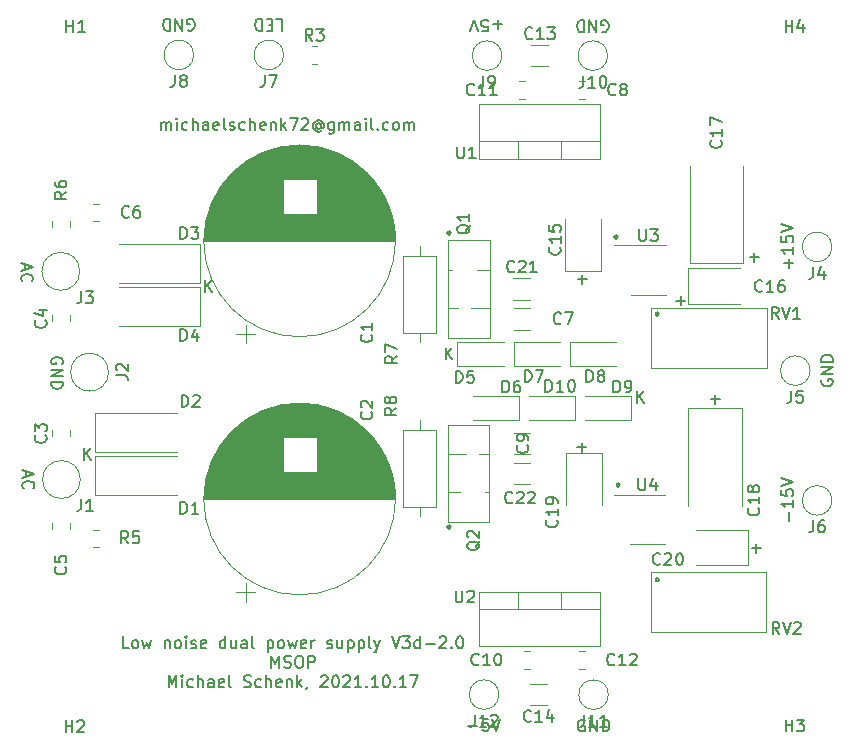
<source format=gbr>
G04 #@! TF.GenerationSoftware,KiCad,Pcbnew,(5.1.10-0-10_14)*
G04 #@! TF.CreationDate,2021-10-17T13:02:41+02:00*
G04 #@! TF.ProjectId,lv-lownoise-psu,6c762d6c-6f77-46e6-9f69-73652d707375,rev?*
G04 #@! TF.SameCoordinates,Original*
G04 #@! TF.FileFunction,Legend,Top*
G04 #@! TF.FilePolarity,Positive*
%FSLAX46Y46*%
G04 Gerber Fmt 4.6, Leading zero omitted, Abs format (unit mm)*
G04 Created by KiCad (PCBNEW (5.1.10-0-10_14)) date 2021-10-17 13:02:41*
%MOMM*%
%LPD*%
G01*
G04 APERTURE LIST*
%ADD10C,0.150000*%
%ADD11C,0.120000*%
G04 APERTURE END LIST*
D10*
X142430547Y-73096428D02*
X143192452Y-73096428D01*
X142811500Y-73477380D02*
X142811500Y-72715476D01*
X127635047Y-64523928D02*
X128396952Y-64523928D01*
X128016000Y-64904880D02*
X128016000Y-64142976D01*
X127698547Y-50299928D02*
X128460452Y-50299928D01*
X128079500Y-50680880D02*
X128079500Y-49918976D01*
X136017047Y-52141428D02*
X136778952Y-52141428D01*
X136398000Y-52522380D02*
X136398000Y-51760476D01*
X116776500Y-71143880D02*
X116681261Y-71191500D01*
X116633642Y-71286738D01*
X116681261Y-71381976D01*
X116776500Y-71429595D01*
X116871738Y-71381976D01*
X116919357Y-71286738D01*
X116871738Y-71191500D01*
X116776500Y-71143880D01*
X116776500Y-46251880D02*
X116681261Y-46299500D01*
X116633642Y-46394738D01*
X116681261Y-46489976D01*
X116776500Y-46537595D01*
X116871738Y-46489976D01*
X116919357Y-46394738D01*
X116871738Y-46299500D01*
X116776500Y-46251880D01*
X138938047Y-60459928D02*
X139699952Y-60459928D01*
X139319000Y-60840880D02*
X139319000Y-60078976D01*
X142240047Y-48458428D02*
X143001952Y-48458428D01*
X142621000Y-48839380D02*
X142621000Y-48077476D01*
X131127500Y-67587880D02*
X131032261Y-67635500D01*
X130984642Y-67730738D01*
X131032261Y-67825976D01*
X131127500Y-67873595D01*
X131222738Y-67825976D01*
X131270357Y-67730738D01*
X131222738Y-67635500D01*
X131127500Y-67587880D01*
X134429500Y-53109880D02*
X134334261Y-53157500D01*
X134286642Y-53252738D01*
X134334261Y-53347976D01*
X134429500Y-53395595D01*
X134524738Y-53347976D01*
X134572357Y-53252738D01*
X134524738Y-53157500D01*
X134429500Y-53109880D01*
X134429500Y-75588880D02*
X134334261Y-75636500D01*
X134286642Y-75731738D01*
X134334261Y-75826976D01*
X134429500Y-75874595D01*
X134524738Y-75826976D01*
X134572357Y-75731738D01*
X134524738Y-75636500D01*
X134429500Y-75588880D01*
X130937000Y-46569380D02*
X130841761Y-46617000D01*
X130794142Y-46712238D01*
X130841761Y-46807476D01*
X130937000Y-46855095D01*
X131032238Y-46807476D01*
X131079857Y-46712238D01*
X131032238Y-46617000D01*
X130937000Y-46569380D01*
X132707095Y-60777380D02*
X132707095Y-59777380D01*
X133278523Y-60777380D02*
X132849952Y-60205952D01*
X133278523Y-59777380D02*
X132707095Y-60348809D01*
X116514595Y-57094380D02*
X116514595Y-56094380D01*
X117086023Y-57094380D02*
X116657452Y-56522952D01*
X117086023Y-56094380D02*
X116514595Y-56665809D01*
X85907595Y-65603380D02*
X85907595Y-64603380D01*
X86479023Y-65603380D02*
X86050452Y-65031952D01*
X86479023Y-64603380D02*
X85907595Y-65174809D01*
X96131095Y-51379380D02*
X96131095Y-50379380D01*
X96702523Y-51379380D02*
X96273952Y-50807952D01*
X96702523Y-50379380D02*
X96131095Y-50950809D01*
X89663738Y-81542880D02*
X89187547Y-81542880D01*
X89187547Y-80542880D01*
X90139928Y-81542880D02*
X90044690Y-81495261D01*
X89997071Y-81447642D01*
X89949452Y-81352404D01*
X89949452Y-81066690D01*
X89997071Y-80971452D01*
X90044690Y-80923833D01*
X90139928Y-80876214D01*
X90282785Y-80876214D01*
X90378023Y-80923833D01*
X90425642Y-80971452D01*
X90473261Y-81066690D01*
X90473261Y-81352404D01*
X90425642Y-81447642D01*
X90378023Y-81495261D01*
X90282785Y-81542880D01*
X90139928Y-81542880D01*
X90806595Y-80876214D02*
X90997071Y-81542880D01*
X91187547Y-81066690D01*
X91378023Y-81542880D01*
X91568499Y-80876214D01*
X92711357Y-80876214D02*
X92711357Y-81542880D01*
X92711357Y-80971452D02*
X92758976Y-80923833D01*
X92854214Y-80876214D01*
X92997071Y-80876214D01*
X93092309Y-80923833D01*
X93139928Y-81019071D01*
X93139928Y-81542880D01*
X93758976Y-81542880D02*
X93663738Y-81495261D01*
X93616119Y-81447642D01*
X93568499Y-81352404D01*
X93568499Y-81066690D01*
X93616119Y-80971452D01*
X93663738Y-80923833D01*
X93758976Y-80876214D01*
X93901833Y-80876214D01*
X93997071Y-80923833D01*
X94044690Y-80971452D01*
X94092309Y-81066690D01*
X94092309Y-81352404D01*
X94044690Y-81447642D01*
X93997071Y-81495261D01*
X93901833Y-81542880D01*
X93758976Y-81542880D01*
X94520880Y-81542880D02*
X94520880Y-80876214D01*
X94520880Y-80542880D02*
X94473261Y-80590500D01*
X94520880Y-80638119D01*
X94568499Y-80590500D01*
X94520880Y-80542880D01*
X94520880Y-80638119D01*
X94949452Y-81495261D02*
X95044690Y-81542880D01*
X95235166Y-81542880D01*
X95330404Y-81495261D01*
X95378023Y-81400023D01*
X95378023Y-81352404D01*
X95330404Y-81257166D01*
X95235166Y-81209547D01*
X95092309Y-81209547D01*
X94997071Y-81161928D01*
X94949452Y-81066690D01*
X94949452Y-81019071D01*
X94997071Y-80923833D01*
X95092309Y-80876214D01*
X95235166Y-80876214D01*
X95330404Y-80923833D01*
X96187547Y-81495261D02*
X96092309Y-81542880D01*
X95901833Y-81542880D01*
X95806595Y-81495261D01*
X95758976Y-81400023D01*
X95758976Y-81019071D01*
X95806595Y-80923833D01*
X95901833Y-80876214D01*
X96092309Y-80876214D01*
X96187547Y-80923833D01*
X96235166Y-81019071D01*
X96235166Y-81114309D01*
X95758976Y-81209547D01*
X97854214Y-81542880D02*
X97854214Y-80542880D01*
X97854214Y-81495261D02*
X97758976Y-81542880D01*
X97568500Y-81542880D01*
X97473261Y-81495261D01*
X97425642Y-81447642D01*
X97378023Y-81352404D01*
X97378023Y-81066690D01*
X97425642Y-80971452D01*
X97473261Y-80923833D01*
X97568500Y-80876214D01*
X97758976Y-80876214D01*
X97854214Y-80923833D01*
X98758976Y-80876214D02*
X98758976Y-81542880D01*
X98330404Y-80876214D02*
X98330404Y-81400023D01*
X98378023Y-81495261D01*
X98473261Y-81542880D01*
X98616119Y-81542880D01*
X98711357Y-81495261D01*
X98758976Y-81447642D01*
X99663738Y-81542880D02*
X99663738Y-81019071D01*
X99616119Y-80923833D01*
X99520880Y-80876214D01*
X99330404Y-80876214D01*
X99235166Y-80923833D01*
X99663738Y-81495261D02*
X99568499Y-81542880D01*
X99330404Y-81542880D01*
X99235166Y-81495261D01*
X99187547Y-81400023D01*
X99187547Y-81304785D01*
X99235166Y-81209547D01*
X99330404Y-81161928D01*
X99568499Y-81161928D01*
X99663738Y-81114309D01*
X100282785Y-81542880D02*
X100187547Y-81495261D01*
X100139928Y-81400023D01*
X100139928Y-80542880D01*
X101425642Y-80876214D02*
X101425642Y-81876214D01*
X101425642Y-80923833D02*
X101520880Y-80876214D01*
X101711357Y-80876214D01*
X101806595Y-80923833D01*
X101854214Y-80971452D01*
X101901833Y-81066690D01*
X101901833Y-81352404D01*
X101854214Y-81447642D01*
X101806595Y-81495261D01*
X101711357Y-81542880D01*
X101520880Y-81542880D01*
X101425642Y-81495261D01*
X102473261Y-81542880D02*
X102378023Y-81495261D01*
X102330404Y-81447642D01*
X102282785Y-81352404D01*
X102282785Y-81066690D01*
X102330404Y-80971452D01*
X102378023Y-80923833D01*
X102473261Y-80876214D01*
X102616119Y-80876214D01*
X102711357Y-80923833D01*
X102758976Y-80971452D01*
X102806595Y-81066690D01*
X102806595Y-81352404D01*
X102758976Y-81447642D01*
X102711357Y-81495261D01*
X102616119Y-81542880D01*
X102473261Y-81542880D01*
X103139928Y-80876214D02*
X103330404Y-81542880D01*
X103520880Y-81066690D01*
X103711357Y-81542880D01*
X103901833Y-80876214D01*
X104663738Y-81495261D02*
X104568499Y-81542880D01*
X104378023Y-81542880D01*
X104282785Y-81495261D01*
X104235166Y-81400023D01*
X104235166Y-81019071D01*
X104282785Y-80923833D01*
X104378023Y-80876214D01*
X104568499Y-80876214D01*
X104663738Y-80923833D01*
X104711357Y-81019071D01*
X104711357Y-81114309D01*
X104235166Y-81209547D01*
X105139928Y-81542880D02*
X105139928Y-80876214D01*
X105139928Y-81066690D02*
X105187547Y-80971452D01*
X105235166Y-80923833D01*
X105330404Y-80876214D01*
X105425642Y-80876214D01*
X106473261Y-81495261D02*
X106568500Y-81542880D01*
X106758976Y-81542880D01*
X106854214Y-81495261D01*
X106901833Y-81400023D01*
X106901833Y-81352404D01*
X106854214Y-81257166D01*
X106758976Y-81209547D01*
X106616119Y-81209547D01*
X106520880Y-81161928D01*
X106473261Y-81066690D01*
X106473261Y-81019071D01*
X106520880Y-80923833D01*
X106616119Y-80876214D01*
X106758976Y-80876214D01*
X106854214Y-80923833D01*
X107758976Y-80876214D02*
X107758976Y-81542880D01*
X107330404Y-80876214D02*
X107330404Y-81400023D01*
X107378023Y-81495261D01*
X107473261Y-81542880D01*
X107616119Y-81542880D01*
X107711357Y-81495261D01*
X107758976Y-81447642D01*
X108235166Y-80876214D02*
X108235166Y-81876214D01*
X108235166Y-80923833D02*
X108330404Y-80876214D01*
X108520880Y-80876214D01*
X108616119Y-80923833D01*
X108663738Y-80971452D01*
X108711357Y-81066690D01*
X108711357Y-81352404D01*
X108663738Y-81447642D01*
X108616119Y-81495261D01*
X108520880Y-81542880D01*
X108330404Y-81542880D01*
X108235166Y-81495261D01*
X109139928Y-80876214D02*
X109139928Y-81876214D01*
X109139928Y-80923833D02*
X109235166Y-80876214D01*
X109425642Y-80876214D01*
X109520880Y-80923833D01*
X109568499Y-80971452D01*
X109616119Y-81066690D01*
X109616119Y-81352404D01*
X109568499Y-81447642D01*
X109520880Y-81495261D01*
X109425642Y-81542880D01*
X109235166Y-81542880D01*
X109139928Y-81495261D01*
X110187547Y-81542880D02*
X110092309Y-81495261D01*
X110044690Y-81400023D01*
X110044690Y-80542880D01*
X110473261Y-80876214D02*
X110711357Y-81542880D01*
X110949452Y-80876214D02*
X110711357Y-81542880D01*
X110616119Y-81780976D01*
X110568499Y-81828595D01*
X110473261Y-81876214D01*
X111949452Y-80542880D02*
X112282785Y-81542880D01*
X112616119Y-80542880D01*
X112854214Y-80542880D02*
X113473261Y-80542880D01*
X113139928Y-80923833D01*
X113282785Y-80923833D01*
X113378023Y-80971452D01*
X113425642Y-81019071D01*
X113473261Y-81114309D01*
X113473261Y-81352404D01*
X113425642Y-81447642D01*
X113378023Y-81495261D01*
X113282785Y-81542880D01*
X112997071Y-81542880D01*
X112901833Y-81495261D01*
X112854214Y-81447642D01*
X114330404Y-81542880D02*
X114330404Y-80542880D01*
X114330404Y-81495261D02*
X114235166Y-81542880D01*
X114044690Y-81542880D01*
X113949452Y-81495261D01*
X113901833Y-81447642D01*
X113854214Y-81352404D01*
X113854214Y-81066690D01*
X113901833Y-80971452D01*
X113949452Y-80923833D01*
X114044690Y-80876214D01*
X114235166Y-80876214D01*
X114330404Y-80923833D01*
X114806595Y-81161928D02*
X115568499Y-81161928D01*
X115997071Y-80638119D02*
X116044690Y-80590500D01*
X116139928Y-80542880D01*
X116378023Y-80542880D01*
X116473261Y-80590500D01*
X116520880Y-80638119D01*
X116568499Y-80733357D01*
X116568499Y-80828595D01*
X116520880Y-80971452D01*
X115949452Y-81542880D01*
X116568499Y-81542880D01*
X116997071Y-81447642D02*
X117044690Y-81495261D01*
X116997071Y-81542880D01*
X116949452Y-81495261D01*
X116997071Y-81447642D01*
X116997071Y-81542880D01*
X117663738Y-80542880D02*
X117758976Y-80542880D01*
X117854214Y-80590500D01*
X117901833Y-80638119D01*
X117949452Y-80733357D01*
X117997071Y-80923833D01*
X117997071Y-81161928D01*
X117949452Y-81352404D01*
X117901833Y-81447642D01*
X117854214Y-81495261D01*
X117758976Y-81542880D01*
X117663738Y-81542880D01*
X117568499Y-81495261D01*
X117520880Y-81447642D01*
X117473261Y-81352404D01*
X117425642Y-81161928D01*
X117425642Y-80923833D01*
X117473261Y-80733357D01*
X117520880Y-80638119D01*
X117568499Y-80590500D01*
X117663738Y-80542880D01*
X101735166Y-83192880D02*
X101735166Y-82192880D01*
X102068500Y-82907166D01*
X102401833Y-82192880D01*
X102401833Y-83192880D01*
X102830404Y-83145261D02*
X102973261Y-83192880D01*
X103211357Y-83192880D01*
X103306595Y-83145261D01*
X103354214Y-83097642D01*
X103401833Y-83002404D01*
X103401833Y-82907166D01*
X103354214Y-82811928D01*
X103306595Y-82764309D01*
X103211357Y-82716690D01*
X103020880Y-82669071D01*
X102925642Y-82621452D01*
X102878023Y-82573833D01*
X102830404Y-82478595D01*
X102830404Y-82383357D01*
X102878023Y-82288119D01*
X102925642Y-82240500D01*
X103020880Y-82192880D01*
X103258976Y-82192880D01*
X103401833Y-82240500D01*
X104020880Y-82192880D02*
X104211357Y-82192880D01*
X104306595Y-82240500D01*
X104401833Y-82335738D01*
X104449452Y-82526214D01*
X104449452Y-82859547D01*
X104401833Y-83050023D01*
X104306595Y-83145261D01*
X104211357Y-83192880D01*
X104020880Y-83192880D01*
X103925642Y-83145261D01*
X103830404Y-83050023D01*
X103782785Y-82859547D01*
X103782785Y-82526214D01*
X103830404Y-82335738D01*
X103925642Y-82240500D01*
X104020880Y-82192880D01*
X104878023Y-83192880D02*
X104878023Y-82192880D01*
X105258976Y-82192880D01*
X105354214Y-82240500D01*
X105401833Y-82288119D01*
X105449452Y-82383357D01*
X105449452Y-82526214D01*
X105401833Y-82621452D01*
X105354214Y-82669071D01*
X105258976Y-82716690D01*
X104878023Y-82716690D01*
X93044690Y-84842880D02*
X93044690Y-83842880D01*
X93378023Y-84557166D01*
X93711357Y-83842880D01*
X93711357Y-84842880D01*
X94187547Y-84842880D02*
X94187547Y-84176214D01*
X94187547Y-83842880D02*
X94139928Y-83890500D01*
X94187547Y-83938119D01*
X94235166Y-83890500D01*
X94187547Y-83842880D01*
X94187547Y-83938119D01*
X95092309Y-84795261D02*
X94997071Y-84842880D01*
X94806595Y-84842880D01*
X94711357Y-84795261D01*
X94663738Y-84747642D01*
X94616119Y-84652404D01*
X94616119Y-84366690D01*
X94663738Y-84271452D01*
X94711357Y-84223833D01*
X94806595Y-84176214D01*
X94997071Y-84176214D01*
X95092309Y-84223833D01*
X95520880Y-84842880D02*
X95520880Y-83842880D01*
X95949452Y-84842880D02*
X95949452Y-84319071D01*
X95901833Y-84223833D01*
X95806595Y-84176214D01*
X95663738Y-84176214D01*
X95568500Y-84223833D01*
X95520880Y-84271452D01*
X96854214Y-84842880D02*
X96854214Y-84319071D01*
X96806595Y-84223833D01*
X96711357Y-84176214D01*
X96520880Y-84176214D01*
X96425642Y-84223833D01*
X96854214Y-84795261D02*
X96758976Y-84842880D01*
X96520880Y-84842880D01*
X96425642Y-84795261D01*
X96378023Y-84700023D01*
X96378023Y-84604785D01*
X96425642Y-84509547D01*
X96520880Y-84461928D01*
X96758976Y-84461928D01*
X96854214Y-84414309D01*
X97711357Y-84795261D02*
X97616119Y-84842880D01*
X97425642Y-84842880D01*
X97330404Y-84795261D01*
X97282785Y-84700023D01*
X97282785Y-84319071D01*
X97330404Y-84223833D01*
X97425642Y-84176214D01*
X97616119Y-84176214D01*
X97711357Y-84223833D01*
X97758976Y-84319071D01*
X97758976Y-84414309D01*
X97282785Y-84509547D01*
X98330404Y-84842880D02*
X98235166Y-84795261D01*
X98187547Y-84700023D01*
X98187547Y-83842880D01*
X99425642Y-84795261D02*
X99568500Y-84842880D01*
X99806595Y-84842880D01*
X99901833Y-84795261D01*
X99949452Y-84747642D01*
X99997071Y-84652404D01*
X99997071Y-84557166D01*
X99949452Y-84461928D01*
X99901833Y-84414309D01*
X99806595Y-84366690D01*
X99616119Y-84319071D01*
X99520880Y-84271452D01*
X99473261Y-84223833D01*
X99425642Y-84128595D01*
X99425642Y-84033357D01*
X99473261Y-83938119D01*
X99520880Y-83890500D01*
X99616119Y-83842880D01*
X99854214Y-83842880D01*
X99997071Y-83890500D01*
X100854214Y-84795261D02*
X100758976Y-84842880D01*
X100568500Y-84842880D01*
X100473261Y-84795261D01*
X100425642Y-84747642D01*
X100378023Y-84652404D01*
X100378023Y-84366690D01*
X100425642Y-84271452D01*
X100473261Y-84223833D01*
X100568500Y-84176214D01*
X100758976Y-84176214D01*
X100854214Y-84223833D01*
X101282785Y-84842880D02*
X101282785Y-83842880D01*
X101711357Y-84842880D02*
X101711357Y-84319071D01*
X101663738Y-84223833D01*
X101568500Y-84176214D01*
X101425642Y-84176214D01*
X101330404Y-84223833D01*
X101282785Y-84271452D01*
X102568500Y-84795261D02*
X102473261Y-84842880D01*
X102282785Y-84842880D01*
X102187547Y-84795261D01*
X102139928Y-84700023D01*
X102139928Y-84319071D01*
X102187547Y-84223833D01*
X102282785Y-84176214D01*
X102473261Y-84176214D01*
X102568500Y-84223833D01*
X102616119Y-84319071D01*
X102616119Y-84414309D01*
X102139928Y-84509547D01*
X103044690Y-84176214D02*
X103044690Y-84842880D01*
X103044690Y-84271452D02*
X103092309Y-84223833D01*
X103187547Y-84176214D01*
X103330404Y-84176214D01*
X103425642Y-84223833D01*
X103473261Y-84319071D01*
X103473261Y-84842880D01*
X103949452Y-84842880D02*
X103949452Y-83842880D01*
X104044690Y-84461928D02*
X104330404Y-84842880D01*
X104330404Y-84176214D02*
X103949452Y-84557166D01*
X104806595Y-84795261D02*
X104806595Y-84842880D01*
X104758976Y-84938119D01*
X104711357Y-84985738D01*
X105949452Y-83938119D02*
X105997071Y-83890500D01*
X106092309Y-83842880D01*
X106330404Y-83842880D01*
X106425642Y-83890500D01*
X106473261Y-83938119D01*
X106520880Y-84033357D01*
X106520880Y-84128595D01*
X106473261Y-84271452D01*
X105901833Y-84842880D01*
X106520880Y-84842880D01*
X107139928Y-83842880D02*
X107235166Y-83842880D01*
X107330404Y-83890500D01*
X107378023Y-83938119D01*
X107425642Y-84033357D01*
X107473261Y-84223833D01*
X107473261Y-84461928D01*
X107425642Y-84652404D01*
X107378023Y-84747642D01*
X107330404Y-84795261D01*
X107235166Y-84842880D01*
X107139928Y-84842880D01*
X107044690Y-84795261D01*
X106997071Y-84747642D01*
X106949452Y-84652404D01*
X106901833Y-84461928D01*
X106901833Y-84223833D01*
X106949452Y-84033357D01*
X106997071Y-83938119D01*
X107044690Y-83890500D01*
X107139928Y-83842880D01*
X107854214Y-83938119D02*
X107901833Y-83890500D01*
X107997071Y-83842880D01*
X108235166Y-83842880D01*
X108330404Y-83890500D01*
X108378023Y-83938119D01*
X108425642Y-84033357D01*
X108425642Y-84128595D01*
X108378023Y-84271452D01*
X107806595Y-84842880D01*
X108425642Y-84842880D01*
X109378023Y-84842880D02*
X108806595Y-84842880D01*
X109092309Y-84842880D02*
X109092309Y-83842880D01*
X108997071Y-83985738D01*
X108901833Y-84080976D01*
X108806595Y-84128595D01*
X109806595Y-84747642D02*
X109854214Y-84795261D01*
X109806595Y-84842880D01*
X109758976Y-84795261D01*
X109806595Y-84747642D01*
X109806595Y-84842880D01*
X110806595Y-84842880D02*
X110235166Y-84842880D01*
X110520880Y-84842880D02*
X110520880Y-83842880D01*
X110425642Y-83985738D01*
X110330404Y-84080976D01*
X110235166Y-84128595D01*
X111425642Y-83842880D02*
X111520880Y-83842880D01*
X111616119Y-83890500D01*
X111663738Y-83938119D01*
X111711357Y-84033357D01*
X111758976Y-84223833D01*
X111758976Y-84461928D01*
X111711357Y-84652404D01*
X111663738Y-84747642D01*
X111616119Y-84795261D01*
X111520880Y-84842880D01*
X111425642Y-84842880D01*
X111330404Y-84795261D01*
X111282785Y-84747642D01*
X111235166Y-84652404D01*
X111187547Y-84461928D01*
X111187547Y-84223833D01*
X111235166Y-84033357D01*
X111282785Y-83938119D01*
X111330404Y-83890500D01*
X111425642Y-83842880D01*
X112187547Y-84747642D02*
X112235166Y-84795261D01*
X112187547Y-84842880D01*
X112139928Y-84795261D01*
X112187547Y-84747642D01*
X112187547Y-84842880D01*
X113187547Y-84842880D02*
X112616119Y-84842880D01*
X112901833Y-84842880D02*
X112901833Y-83842880D01*
X112806595Y-83985738D01*
X112711357Y-84080976D01*
X112616119Y-84128595D01*
X113520880Y-83842880D02*
X114187547Y-83842880D01*
X113758976Y-84842880D01*
X129730404Y-29329000D02*
X129825642Y-29376619D01*
X129968500Y-29376619D01*
X130111357Y-29329000D01*
X130206595Y-29233761D01*
X130254214Y-29138523D01*
X130301833Y-28948047D01*
X130301833Y-28805190D01*
X130254214Y-28614714D01*
X130206595Y-28519476D01*
X130111357Y-28424238D01*
X129968500Y-28376619D01*
X129873261Y-28376619D01*
X129730404Y-28424238D01*
X129682785Y-28471857D01*
X129682785Y-28805190D01*
X129873261Y-28805190D01*
X129254214Y-28376619D02*
X129254214Y-29376619D01*
X128682785Y-28376619D01*
X128682785Y-29376619D01*
X128206595Y-28376619D02*
X128206595Y-29376619D01*
X127968500Y-29376619D01*
X127825642Y-29329000D01*
X127730404Y-29233761D01*
X127682785Y-29138523D01*
X127635166Y-28948047D01*
X127635166Y-28805190D01*
X127682785Y-28614714D01*
X127730404Y-28519476D01*
X127825642Y-28424238D01*
X127968500Y-28376619D01*
X128206595Y-28376619D01*
X121300714Y-28694071D02*
X120538809Y-28694071D01*
X120919761Y-28313119D02*
X120919761Y-29075023D01*
X119586428Y-29313119D02*
X120062619Y-29313119D01*
X120110238Y-28836928D01*
X120062619Y-28884547D01*
X119967380Y-28932166D01*
X119729285Y-28932166D01*
X119634047Y-28884547D01*
X119586428Y-28836928D01*
X119538809Y-28741690D01*
X119538809Y-28503595D01*
X119586428Y-28408357D01*
X119634047Y-28360738D01*
X119729285Y-28313119D01*
X119967380Y-28313119D01*
X120062619Y-28360738D01*
X120110238Y-28408357D01*
X119253095Y-29313119D02*
X118919761Y-28313119D01*
X118586428Y-29313119D01*
X118411785Y-88145928D02*
X119173690Y-88145928D01*
X120126071Y-87526880D02*
X119649880Y-87526880D01*
X119602261Y-88003071D01*
X119649880Y-87955452D01*
X119745119Y-87907833D01*
X119983214Y-87907833D01*
X120078452Y-87955452D01*
X120126071Y-88003071D01*
X120173690Y-88098309D01*
X120173690Y-88336404D01*
X120126071Y-88431642D01*
X120078452Y-88479261D01*
X119983214Y-88526880D01*
X119745119Y-88526880D01*
X119649880Y-88479261D01*
X119602261Y-88431642D01*
X120459404Y-87526880D02*
X120792738Y-88526880D01*
X121126071Y-87526880D01*
X128270095Y-87638000D02*
X128174857Y-87590380D01*
X128032000Y-87590380D01*
X127889142Y-87638000D01*
X127793904Y-87733238D01*
X127746285Y-87828476D01*
X127698666Y-88018952D01*
X127698666Y-88161809D01*
X127746285Y-88352285D01*
X127793904Y-88447523D01*
X127889142Y-88542761D01*
X128032000Y-88590380D01*
X128127238Y-88590380D01*
X128270095Y-88542761D01*
X128317714Y-88495142D01*
X128317714Y-88161809D01*
X128127238Y-88161809D01*
X128746285Y-88590380D02*
X128746285Y-87590380D01*
X129317714Y-88590380D01*
X129317714Y-87590380D01*
X129793904Y-88590380D02*
X129793904Y-87590380D01*
X130032000Y-87590380D01*
X130174857Y-87638000D01*
X130270095Y-87733238D01*
X130317714Y-87828476D01*
X130365333Y-88018952D01*
X130365333Y-88161809D01*
X130317714Y-88352285D01*
X130270095Y-88447523D01*
X130174857Y-88542761D01*
X130032000Y-88590380D01*
X129793904Y-88590380D01*
X94678404Y-29202000D02*
X94773642Y-29249619D01*
X94916500Y-29249619D01*
X95059357Y-29202000D01*
X95154595Y-29106761D01*
X95202214Y-29011523D01*
X95249833Y-28821047D01*
X95249833Y-28678190D01*
X95202214Y-28487714D01*
X95154595Y-28392476D01*
X95059357Y-28297238D01*
X94916500Y-28249619D01*
X94821261Y-28249619D01*
X94678404Y-28297238D01*
X94630785Y-28344857D01*
X94630785Y-28678190D01*
X94821261Y-28678190D01*
X94202214Y-28249619D02*
X94202214Y-29249619D01*
X93630785Y-28249619D01*
X93630785Y-29249619D01*
X93154595Y-28249619D02*
X93154595Y-29249619D01*
X92916500Y-29249619D01*
X92773642Y-29202000D01*
X92678404Y-29106761D01*
X92630785Y-29011523D01*
X92583166Y-28821047D01*
X92583166Y-28678190D01*
X92630785Y-28487714D01*
X92678404Y-28392476D01*
X92773642Y-28297238D01*
X92916500Y-28249619D01*
X93154595Y-28249619D01*
X102179357Y-28249619D02*
X102655547Y-28249619D01*
X102655547Y-29249619D01*
X101846023Y-28773428D02*
X101512690Y-28773428D01*
X101369833Y-28249619D02*
X101846023Y-28249619D01*
X101846023Y-29249619D01*
X101369833Y-29249619D01*
X100941261Y-28249619D02*
X100941261Y-29249619D01*
X100703166Y-29249619D01*
X100560309Y-29202000D01*
X100465071Y-29106761D01*
X100417452Y-29011523D01*
X100369833Y-28821047D01*
X100369833Y-28678190D01*
X100417452Y-28487714D01*
X100465071Y-28392476D01*
X100560309Y-28297238D01*
X100703166Y-28249619D01*
X100941261Y-28249619D01*
X92409714Y-37663380D02*
X92409714Y-36996714D01*
X92409714Y-37091952D02*
X92457333Y-37044333D01*
X92552571Y-36996714D01*
X92695428Y-36996714D01*
X92790666Y-37044333D01*
X92838285Y-37139571D01*
X92838285Y-37663380D01*
X92838285Y-37139571D02*
X92885904Y-37044333D01*
X92981142Y-36996714D01*
X93124000Y-36996714D01*
X93219238Y-37044333D01*
X93266857Y-37139571D01*
X93266857Y-37663380D01*
X93743047Y-37663380D02*
X93743047Y-36996714D01*
X93743047Y-36663380D02*
X93695428Y-36711000D01*
X93743047Y-36758619D01*
X93790666Y-36711000D01*
X93743047Y-36663380D01*
X93743047Y-36758619D01*
X94647809Y-37615761D02*
X94552571Y-37663380D01*
X94362095Y-37663380D01*
X94266857Y-37615761D01*
X94219238Y-37568142D01*
X94171619Y-37472904D01*
X94171619Y-37187190D01*
X94219238Y-37091952D01*
X94266857Y-37044333D01*
X94362095Y-36996714D01*
X94552571Y-36996714D01*
X94647809Y-37044333D01*
X95076380Y-37663380D02*
X95076380Y-36663380D01*
X95504952Y-37663380D02*
X95504952Y-37139571D01*
X95457333Y-37044333D01*
X95362095Y-36996714D01*
X95219238Y-36996714D01*
X95124000Y-37044333D01*
X95076380Y-37091952D01*
X96409714Y-37663380D02*
X96409714Y-37139571D01*
X96362095Y-37044333D01*
X96266857Y-36996714D01*
X96076380Y-36996714D01*
X95981142Y-37044333D01*
X96409714Y-37615761D02*
X96314476Y-37663380D01*
X96076380Y-37663380D01*
X95981142Y-37615761D01*
X95933523Y-37520523D01*
X95933523Y-37425285D01*
X95981142Y-37330047D01*
X96076380Y-37282428D01*
X96314476Y-37282428D01*
X96409714Y-37234809D01*
X97266857Y-37615761D02*
X97171619Y-37663380D01*
X96981142Y-37663380D01*
X96885904Y-37615761D01*
X96838285Y-37520523D01*
X96838285Y-37139571D01*
X96885904Y-37044333D01*
X96981142Y-36996714D01*
X97171619Y-36996714D01*
X97266857Y-37044333D01*
X97314476Y-37139571D01*
X97314476Y-37234809D01*
X96838285Y-37330047D01*
X97885904Y-37663380D02*
X97790666Y-37615761D01*
X97743047Y-37520523D01*
X97743047Y-36663380D01*
X98219238Y-37615761D02*
X98314476Y-37663380D01*
X98504952Y-37663380D01*
X98600190Y-37615761D01*
X98647809Y-37520523D01*
X98647809Y-37472904D01*
X98600190Y-37377666D01*
X98504952Y-37330047D01*
X98362095Y-37330047D01*
X98266857Y-37282428D01*
X98219238Y-37187190D01*
X98219238Y-37139571D01*
X98266857Y-37044333D01*
X98362095Y-36996714D01*
X98504952Y-36996714D01*
X98600190Y-37044333D01*
X99504952Y-37615761D02*
X99409714Y-37663380D01*
X99219238Y-37663380D01*
X99124000Y-37615761D01*
X99076380Y-37568142D01*
X99028761Y-37472904D01*
X99028761Y-37187190D01*
X99076380Y-37091952D01*
X99124000Y-37044333D01*
X99219238Y-36996714D01*
X99409714Y-36996714D01*
X99504952Y-37044333D01*
X99933523Y-37663380D02*
X99933523Y-36663380D01*
X100362095Y-37663380D02*
X100362095Y-37139571D01*
X100314476Y-37044333D01*
X100219238Y-36996714D01*
X100076380Y-36996714D01*
X99981142Y-37044333D01*
X99933523Y-37091952D01*
X101219238Y-37615761D02*
X101124000Y-37663380D01*
X100933523Y-37663380D01*
X100838285Y-37615761D01*
X100790666Y-37520523D01*
X100790666Y-37139571D01*
X100838285Y-37044333D01*
X100933523Y-36996714D01*
X101124000Y-36996714D01*
X101219238Y-37044333D01*
X101266857Y-37139571D01*
X101266857Y-37234809D01*
X100790666Y-37330047D01*
X101695428Y-36996714D02*
X101695428Y-37663380D01*
X101695428Y-37091952D02*
X101743047Y-37044333D01*
X101838285Y-36996714D01*
X101981142Y-36996714D01*
X102076380Y-37044333D01*
X102124000Y-37139571D01*
X102124000Y-37663380D01*
X102600190Y-37663380D02*
X102600190Y-36663380D01*
X102695428Y-37282428D02*
X102981142Y-37663380D01*
X102981142Y-36996714D02*
X102600190Y-37377666D01*
X103314476Y-36663380D02*
X103981142Y-36663380D01*
X103552571Y-37663380D01*
X104314476Y-36758619D02*
X104362095Y-36711000D01*
X104457333Y-36663380D01*
X104695428Y-36663380D01*
X104790666Y-36711000D01*
X104838285Y-36758619D01*
X104885904Y-36853857D01*
X104885904Y-36949095D01*
X104838285Y-37091952D01*
X104266857Y-37663380D01*
X104885904Y-37663380D01*
X105933523Y-37187190D02*
X105885904Y-37139571D01*
X105790666Y-37091952D01*
X105695428Y-37091952D01*
X105600190Y-37139571D01*
X105552571Y-37187190D01*
X105504952Y-37282428D01*
X105504952Y-37377666D01*
X105552571Y-37472904D01*
X105600190Y-37520523D01*
X105695428Y-37568142D01*
X105790666Y-37568142D01*
X105885904Y-37520523D01*
X105933523Y-37472904D01*
X105933523Y-37091952D02*
X105933523Y-37472904D01*
X105981142Y-37520523D01*
X106028761Y-37520523D01*
X106124000Y-37472904D01*
X106171619Y-37377666D01*
X106171619Y-37139571D01*
X106076380Y-36996714D01*
X105933523Y-36901476D01*
X105743047Y-36853857D01*
X105552571Y-36901476D01*
X105409714Y-36996714D01*
X105314476Y-37139571D01*
X105266857Y-37330047D01*
X105314476Y-37520523D01*
X105409714Y-37663380D01*
X105552571Y-37758619D01*
X105743047Y-37806238D01*
X105933523Y-37758619D01*
X106076380Y-37663380D01*
X107028761Y-36996714D02*
X107028761Y-37806238D01*
X106981142Y-37901476D01*
X106933523Y-37949095D01*
X106838285Y-37996714D01*
X106695428Y-37996714D01*
X106600190Y-37949095D01*
X107028761Y-37615761D02*
X106933523Y-37663380D01*
X106743047Y-37663380D01*
X106647809Y-37615761D01*
X106600190Y-37568142D01*
X106552571Y-37472904D01*
X106552571Y-37187190D01*
X106600190Y-37091952D01*
X106647809Y-37044333D01*
X106743047Y-36996714D01*
X106933523Y-36996714D01*
X107028761Y-37044333D01*
X107504952Y-37663380D02*
X107504952Y-36996714D01*
X107504952Y-37091952D02*
X107552571Y-37044333D01*
X107647809Y-36996714D01*
X107790666Y-36996714D01*
X107885904Y-37044333D01*
X107933523Y-37139571D01*
X107933523Y-37663380D01*
X107933523Y-37139571D02*
X107981142Y-37044333D01*
X108076380Y-36996714D01*
X108219238Y-36996714D01*
X108314476Y-37044333D01*
X108362095Y-37139571D01*
X108362095Y-37663380D01*
X109266857Y-37663380D02*
X109266857Y-37139571D01*
X109219238Y-37044333D01*
X109124000Y-36996714D01*
X108933523Y-36996714D01*
X108838285Y-37044333D01*
X109266857Y-37615761D02*
X109171619Y-37663380D01*
X108933523Y-37663380D01*
X108838285Y-37615761D01*
X108790666Y-37520523D01*
X108790666Y-37425285D01*
X108838285Y-37330047D01*
X108933523Y-37282428D01*
X109171619Y-37282428D01*
X109266857Y-37234809D01*
X109743047Y-37663380D02*
X109743047Y-36996714D01*
X109743047Y-36663380D02*
X109695428Y-36711000D01*
X109743047Y-36758619D01*
X109790666Y-36711000D01*
X109743047Y-36663380D01*
X109743047Y-36758619D01*
X110362095Y-37663380D02*
X110266857Y-37615761D01*
X110219238Y-37520523D01*
X110219238Y-36663380D01*
X110743047Y-37568142D02*
X110790666Y-37615761D01*
X110743047Y-37663380D01*
X110695428Y-37615761D01*
X110743047Y-37568142D01*
X110743047Y-37663380D01*
X111647809Y-37615761D02*
X111552571Y-37663380D01*
X111362095Y-37663380D01*
X111266857Y-37615761D01*
X111219238Y-37568142D01*
X111171619Y-37472904D01*
X111171619Y-37187190D01*
X111219238Y-37091952D01*
X111266857Y-37044333D01*
X111362095Y-36996714D01*
X111552571Y-36996714D01*
X111647809Y-37044333D01*
X112219238Y-37663380D02*
X112124000Y-37615761D01*
X112076380Y-37568142D01*
X112028761Y-37472904D01*
X112028761Y-37187190D01*
X112076380Y-37091952D01*
X112124000Y-37044333D01*
X112219238Y-36996714D01*
X112362095Y-36996714D01*
X112457333Y-37044333D01*
X112504952Y-37091952D01*
X112552571Y-37187190D01*
X112552571Y-37472904D01*
X112504952Y-37568142D01*
X112457333Y-37615761D01*
X112362095Y-37663380D01*
X112219238Y-37663380D01*
X112981142Y-37663380D02*
X112981142Y-36996714D01*
X112981142Y-37091952D02*
X113028761Y-37044333D01*
X113124000Y-36996714D01*
X113266857Y-36996714D01*
X113362095Y-37044333D01*
X113409714Y-37139571D01*
X113409714Y-37663380D01*
X113409714Y-37139571D02*
X113457333Y-37044333D01*
X113552571Y-36996714D01*
X113695428Y-36996714D01*
X113790666Y-37044333D01*
X113838285Y-37139571D01*
X113838285Y-37663380D01*
X84066000Y-57467595D02*
X84113619Y-57372357D01*
X84113619Y-57229500D01*
X84066000Y-57086642D01*
X83970761Y-56991404D01*
X83875523Y-56943785D01*
X83685047Y-56896166D01*
X83542190Y-56896166D01*
X83351714Y-56943785D01*
X83256476Y-56991404D01*
X83161238Y-57086642D01*
X83113619Y-57229500D01*
X83113619Y-57324738D01*
X83161238Y-57467595D01*
X83208857Y-57515214D01*
X83542190Y-57515214D01*
X83542190Y-57324738D01*
X83113619Y-57943785D02*
X84113619Y-57943785D01*
X83113619Y-58515214D01*
X84113619Y-58515214D01*
X83113619Y-58991404D02*
X84113619Y-58991404D01*
X84113619Y-59229500D01*
X84066000Y-59372357D01*
X83970761Y-59467595D01*
X83875523Y-59515214D01*
X83685047Y-59562833D01*
X83542190Y-59562833D01*
X83351714Y-59515214D01*
X83256476Y-59467595D01*
X83161238Y-59372357D01*
X83113619Y-59229500D01*
X83113619Y-58991404D01*
X80960933Y-66521104D02*
X80960933Y-66997295D01*
X80675219Y-66425866D02*
X81675219Y-66759200D01*
X80675219Y-67092533D01*
X80770457Y-67997295D02*
X80722838Y-67949676D01*
X80675219Y-67806819D01*
X80675219Y-67711580D01*
X80722838Y-67568723D01*
X80818076Y-67473485D01*
X80913314Y-67425866D01*
X81103790Y-67378247D01*
X81246647Y-67378247D01*
X81437123Y-67425866D01*
X81532361Y-67473485D01*
X81627600Y-67568723D01*
X81675219Y-67711580D01*
X81675219Y-67806819D01*
X81627600Y-67949676D01*
X81579980Y-67997295D01*
X80859333Y-48995104D02*
X80859333Y-49471295D01*
X80573619Y-48899866D02*
X81573619Y-49233200D01*
X80573619Y-49566533D01*
X80668857Y-50471295D02*
X80621238Y-50423676D01*
X80573619Y-50280819D01*
X80573619Y-50185580D01*
X80621238Y-50042723D01*
X80716476Y-49947485D01*
X80811714Y-49899866D01*
X81002190Y-49852247D01*
X81145047Y-49852247D01*
X81335523Y-49899866D01*
X81430761Y-49947485D01*
X81526000Y-50042723D01*
X81573619Y-50185580D01*
X81573619Y-50280819D01*
X81526000Y-50423676D01*
X81478380Y-50471295D01*
X145549928Y-70786404D02*
X145549928Y-70024500D01*
X145930880Y-69024500D02*
X145930880Y-69595928D01*
X145930880Y-69310214D02*
X144930880Y-69310214D01*
X145073738Y-69405452D01*
X145168976Y-69500690D01*
X145216595Y-69595928D01*
X144930880Y-68119738D02*
X144930880Y-68595928D01*
X145407071Y-68643547D01*
X145359452Y-68595928D01*
X145311833Y-68500690D01*
X145311833Y-68262595D01*
X145359452Y-68167357D01*
X145407071Y-68119738D01*
X145502309Y-68072119D01*
X145740404Y-68072119D01*
X145835642Y-68119738D01*
X145883261Y-68167357D01*
X145930880Y-68262595D01*
X145930880Y-68500690D01*
X145883261Y-68595928D01*
X145835642Y-68643547D01*
X144930880Y-67786404D02*
X145930880Y-67453071D01*
X144930880Y-67119738D01*
X148344000Y-58800904D02*
X148296380Y-58896142D01*
X148296380Y-59039000D01*
X148344000Y-59181857D01*
X148439238Y-59277095D01*
X148534476Y-59324714D01*
X148724952Y-59372333D01*
X148867809Y-59372333D01*
X149058285Y-59324714D01*
X149153523Y-59277095D01*
X149248761Y-59181857D01*
X149296380Y-59039000D01*
X149296380Y-58943761D01*
X149248761Y-58800904D01*
X149201142Y-58753285D01*
X148867809Y-58753285D01*
X148867809Y-58943761D01*
X149296380Y-58324714D02*
X148296380Y-58324714D01*
X149296380Y-57753285D01*
X148296380Y-57753285D01*
X149296380Y-57277095D02*
X148296380Y-57277095D01*
X148296380Y-57039000D01*
X148344000Y-56896142D01*
X148439238Y-56800904D01*
X148534476Y-56753285D01*
X148724952Y-56705666D01*
X148867809Y-56705666D01*
X149058285Y-56753285D01*
X149153523Y-56800904D01*
X149248761Y-56896142D01*
X149296380Y-57039000D01*
X149296380Y-57277095D01*
X145549928Y-49323404D02*
X145549928Y-48561500D01*
X145930880Y-48942452D02*
X145168976Y-48942452D01*
X145930880Y-47561500D02*
X145930880Y-48132928D01*
X145930880Y-47847214D02*
X144930880Y-47847214D01*
X145073738Y-47942452D01*
X145168976Y-48037690D01*
X145216595Y-48132928D01*
X144930880Y-46656738D02*
X144930880Y-47132928D01*
X145407071Y-47180547D01*
X145359452Y-47132928D01*
X145311833Y-47037690D01*
X145311833Y-46799595D01*
X145359452Y-46704357D01*
X145407071Y-46656738D01*
X145502309Y-46609119D01*
X145740404Y-46609119D01*
X145835642Y-46656738D01*
X145883261Y-46704357D01*
X145930880Y-46799595D01*
X145930880Y-47037690D01*
X145883261Y-47132928D01*
X145835642Y-47180547D01*
X144930880Y-46323404D02*
X145930880Y-45990071D01*
X144930880Y-45656738D01*
D11*
X133595000Y-68539500D02*
X130720000Y-68539500D01*
X133595000Y-68539500D02*
X135095000Y-68539500D01*
X133595000Y-72759500D02*
X132095000Y-72759500D01*
X133595000Y-72759500D02*
X135095000Y-72759500D01*
X133658500Y-47442500D02*
X130783500Y-47442500D01*
X133658500Y-47442500D02*
X135158500Y-47442500D01*
X133658500Y-51662500D02*
X132158500Y-51662500D01*
X133658500Y-51662500D02*
X135158500Y-51662500D01*
X123685752Y-65828500D02*
X122263248Y-65828500D01*
X123685752Y-67648500D02*
X122263248Y-67648500D01*
X122249748Y-52027500D02*
X123672252Y-52027500D01*
X122249748Y-50207500D02*
X123672252Y-50207500D01*
X142118500Y-71515000D02*
X137733500Y-71515000D01*
X142118500Y-74535000D02*
X142118500Y-71515000D01*
X137733500Y-74535000D02*
X142118500Y-74535000D01*
X126696500Y-65018500D02*
X126696500Y-69403500D01*
X129716500Y-65018500D02*
X126696500Y-65018500D01*
X129716500Y-69403500D02*
X129716500Y-65018500D01*
X137039000Y-52373500D02*
X141424000Y-52373500D01*
X137039000Y-49353500D02*
X137039000Y-52373500D01*
X141424000Y-49353500D02*
X137039000Y-49353500D01*
X129653000Y-49587500D02*
X129653000Y-45202500D01*
X126633000Y-49587500D02*
X129653000Y-49587500D01*
X126633000Y-45202500D02*
X126633000Y-49587500D01*
X123685752Y-63288500D02*
X122263248Y-63288500D01*
X123685752Y-65108500D02*
X122263248Y-65108500D01*
X122263248Y-54567500D02*
X123685752Y-54567500D01*
X122263248Y-52747500D02*
X123685752Y-52747500D01*
X121012000Y-85471000D02*
G75*
G03*
X121012000Y-85471000I-1251000J0D01*
G01*
X130283000Y-85471000D02*
G75*
G03*
X130283000Y-85471000I-1251000J0D01*
G01*
X130219500Y-31369000D02*
G75*
G03*
X130219500Y-31369000I-1251000J0D01*
G01*
X121266000Y-31369000D02*
G75*
G03*
X121266000Y-31369000I-1251000J0D01*
G01*
X95167500Y-31305500D02*
G75*
G03*
X95167500Y-31305500I-1251000J0D01*
G01*
X102787500Y-31305500D02*
G75*
G03*
X102787500Y-31305500I-1251000J0D01*
G01*
X149206000Y-69024500D02*
G75*
G03*
X149206000Y-69024500I-1251000J0D01*
G01*
X147364500Y-58039000D02*
G75*
G03*
X147364500Y-58039000I-1251000J0D01*
G01*
X149206000Y-47561500D02*
G75*
G03*
X149206000Y-47561500I-1251000J0D01*
G01*
X127471000Y-62214000D02*
X127471000Y-60214000D01*
X127471000Y-60214000D02*
X123571000Y-60214000D01*
X127471000Y-62214000D02*
X123571000Y-62214000D01*
X132233500Y-62214000D02*
X132233500Y-60214000D01*
X132233500Y-60214000D02*
X128333500Y-60214000D01*
X132233500Y-62214000D02*
X128333500Y-62214000D01*
X127035000Y-55642000D02*
X127035000Y-57642000D01*
X127035000Y-57642000D02*
X130935000Y-57642000D01*
X127035000Y-55642000D02*
X130935000Y-55642000D01*
X122272500Y-55642000D02*
X122272500Y-57642000D01*
X122272500Y-57642000D02*
X126172500Y-57642000D01*
X122272500Y-55642000D02*
X126172500Y-55642000D01*
X125082752Y-86381000D02*
X123660248Y-86381000D01*
X125082752Y-84561000D02*
X123660248Y-84561000D01*
X123773748Y-30459000D02*
X125196252Y-30459000D01*
X123773748Y-32279000D02*
X125196252Y-32279000D01*
X122696248Y-35025000D02*
X123218752Y-35025000D01*
X122696248Y-33555000D02*
X123218752Y-33555000D01*
X114300000Y-70334000D02*
X114300000Y-69564000D01*
X114300000Y-62254000D02*
X114300000Y-63024000D01*
X115670000Y-69564000D02*
X115670000Y-63024000D01*
X112930000Y-69564000D02*
X115670000Y-69564000D01*
X112930000Y-63024000D02*
X112930000Y-69564000D01*
X115670000Y-63024000D02*
X112930000Y-63024000D01*
X114300000Y-55602000D02*
X114300000Y-54832000D01*
X114300000Y-47522000D02*
X114300000Y-48292000D01*
X115670000Y-54832000D02*
X115670000Y-48292000D01*
X112930000Y-54832000D02*
X115670000Y-54832000D01*
X112930000Y-48292000D02*
X112930000Y-54832000D01*
X115670000Y-48292000D02*
X112930000Y-48292000D01*
X83212000Y-45381936D02*
X83212000Y-45836064D01*
X84682000Y-45381936D02*
X84682000Y-45836064D01*
X86688436Y-72998000D02*
X87142564Y-72998000D01*
X86688436Y-71528000D02*
X87142564Y-71528000D01*
X119348500Y-65137500D02*
X120178500Y-65137500D01*
X116688500Y-65137500D02*
X118268500Y-65137500D01*
X119858500Y-68338500D02*
X120178500Y-68338500D01*
X116688500Y-68338500D02*
X117758500Y-68338500D01*
X116688500Y-62618500D02*
X120178500Y-62618500D01*
X116688500Y-70858500D02*
X120178500Y-70858500D01*
X120178500Y-70858500D02*
X120178500Y-62618500D01*
X116688500Y-70858500D02*
X116688500Y-62618500D01*
X117570000Y-52718500D02*
X116740000Y-52718500D01*
X120230000Y-52718500D02*
X118650000Y-52718500D01*
X117060000Y-49517500D02*
X116740000Y-49517500D01*
X120230000Y-49517500D02*
X119160000Y-49517500D01*
X120230000Y-55237500D02*
X116740000Y-55237500D01*
X120230000Y-46997500D02*
X116740000Y-46997500D01*
X116740000Y-46997500D02*
X116740000Y-55237500D01*
X120230000Y-46997500D02*
X120230000Y-55237500D01*
X122708500Y-62214000D02*
X118808500Y-62214000D01*
X122708500Y-60214000D02*
X118808500Y-60214000D01*
X122708500Y-62214000D02*
X122708500Y-60214000D01*
X117510000Y-55642000D02*
X121410000Y-55642000D01*
X117510000Y-57642000D02*
X121410000Y-57642000D01*
X117510000Y-55642000D02*
X117510000Y-57642000D01*
X87150752Y-43905500D02*
X86628248Y-43905500D01*
X87150752Y-45375500D02*
X86628248Y-45375500D01*
X83212000Y-70943748D02*
X83212000Y-71466252D01*
X84682000Y-70943748D02*
X84682000Y-71466252D01*
X84682000Y-53876752D02*
X84682000Y-53354248D01*
X83212000Y-53876752D02*
X83212000Y-53354248D01*
X84682000Y-63612752D02*
X84682000Y-63090248D01*
X83212000Y-63612752D02*
X83212000Y-63090248D01*
X137059000Y-61239500D02*
X137059000Y-69474500D01*
X141579000Y-61239500D02*
X137059000Y-61239500D01*
X141579000Y-69474500D02*
X141579000Y-61239500D01*
X141706000Y-48946500D02*
X141706000Y-40711500D01*
X137186000Y-48946500D02*
X141706000Y-48946500D01*
X137186000Y-40711500D02*
X137186000Y-48946500D01*
X119340000Y-76740000D02*
X129580000Y-76740000D01*
X119340000Y-81381000D02*
X129580000Y-81381000D01*
X119340000Y-76740000D02*
X119340000Y-81381000D01*
X129580000Y-76740000D02*
X129580000Y-81381000D01*
X119340000Y-78250000D02*
X129580000Y-78250000D01*
X122610000Y-76740000D02*
X122610000Y-78250000D01*
X126311000Y-76740000D02*
X126311000Y-78250000D01*
X129580000Y-40100000D02*
X119340000Y-40100000D01*
X129580000Y-35459000D02*
X119340000Y-35459000D01*
X129580000Y-40100000D02*
X129580000Y-35459000D01*
X119340000Y-40100000D02*
X119340000Y-35459000D01*
X129580000Y-38590000D02*
X119340000Y-38590000D01*
X126310000Y-40100000D02*
X126310000Y-38590000D01*
X122609000Y-40100000D02*
X122609000Y-38590000D01*
X95727600Y-54228000D02*
X88827600Y-54228000D01*
X95727600Y-50928000D02*
X88827600Y-50928000D01*
X95727600Y-54228000D02*
X95727600Y-50928000D01*
X95727600Y-50621200D02*
X88827600Y-50621200D01*
X95727600Y-47321200D02*
X88827600Y-47321200D01*
X95727600Y-50621200D02*
X95727600Y-47321200D01*
X86826000Y-61646800D02*
X93726000Y-61646800D01*
X86826000Y-64946800D02*
X93726000Y-64946800D01*
X86826000Y-61646800D02*
X86826000Y-64946800D01*
X86826000Y-65304400D02*
X93726000Y-65304400D01*
X86826000Y-68604400D02*
X93726000Y-68604400D01*
X86826000Y-65304400D02*
X86826000Y-68604400D01*
X98785000Y-76790491D02*
X100385000Y-76790491D01*
X99585000Y-77590491D02*
X99585000Y-75990491D01*
X103375000Y-60820000D02*
X104905000Y-60820000D01*
X103042000Y-60860000D02*
X105238000Y-60860000D01*
X102789000Y-60900000D02*
X105491000Y-60900000D01*
X102576000Y-60940000D02*
X105704000Y-60940000D01*
X102388000Y-60980000D02*
X105892000Y-60980000D01*
X102220000Y-61020000D02*
X106060000Y-61020000D01*
X102066000Y-61060000D02*
X106214000Y-61060000D01*
X101922000Y-61100000D02*
X106358000Y-61100000D01*
X101789000Y-61140000D02*
X106491000Y-61140000D01*
X101662000Y-61180000D02*
X106618000Y-61180000D01*
X101543000Y-61220000D02*
X106737000Y-61220000D01*
X101429000Y-61260000D02*
X106851000Y-61260000D01*
X101320000Y-61300000D02*
X106960000Y-61300000D01*
X101216000Y-61340000D02*
X107064000Y-61340000D01*
X101116000Y-61380000D02*
X107164000Y-61380000D01*
X101020000Y-61420000D02*
X107260000Y-61420000D01*
X100927000Y-61460000D02*
X107353000Y-61460000D01*
X100837000Y-61500000D02*
X107443000Y-61500000D01*
X100750000Y-61540000D02*
X107530000Y-61540000D01*
X100665000Y-61580000D02*
X107615000Y-61580000D01*
X100583000Y-61620000D02*
X107697000Y-61620000D01*
X100503000Y-61660000D02*
X107777000Y-61660000D01*
X100425000Y-61700000D02*
X107855000Y-61700000D01*
X100350000Y-61740000D02*
X107930000Y-61740000D01*
X100276000Y-61780000D02*
X108004000Y-61780000D01*
X100204000Y-61820000D02*
X108076000Y-61820000D01*
X100133000Y-61860000D02*
X108147000Y-61860000D01*
X100064000Y-61900000D02*
X108216000Y-61900000D01*
X99997000Y-61940000D02*
X108283000Y-61940000D01*
X99931000Y-61980000D02*
X108349000Y-61980000D01*
X99867000Y-62020000D02*
X108413000Y-62020000D01*
X99804000Y-62060000D02*
X108476000Y-62060000D01*
X99742000Y-62100000D02*
X108538000Y-62100000D01*
X99681000Y-62140000D02*
X108599000Y-62140000D01*
X99621000Y-62180000D02*
X108659000Y-62180000D01*
X99563000Y-62220000D02*
X108717000Y-62220000D01*
X99506000Y-62260000D02*
X108774000Y-62260000D01*
X99449000Y-62300000D02*
X108831000Y-62300000D01*
X99394000Y-62340000D02*
X108886000Y-62340000D01*
X99340000Y-62380000D02*
X108940000Y-62380000D01*
X99286000Y-62420000D02*
X108994000Y-62420000D01*
X99234000Y-62460000D02*
X109046000Y-62460000D01*
X99182000Y-62500000D02*
X109098000Y-62500000D01*
X99131000Y-62540000D02*
X109149000Y-62540000D01*
X99081000Y-62580000D02*
X109199000Y-62580000D01*
X99032000Y-62620000D02*
X109248000Y-62620000D01*
X98984000Y-62660000D02*
X109296000Y-62660000D01*
X98936000Y-62700000D02*
X109344000Y-62700000D01*
X98889000Y-62740000D02*
X109391000Y-62740000D01*
X98843000Y-62780000D02*
X109437000Y-62780000D01*
X98797000Y-62820000D02*
X109483000Y-62820000D01*
X98752000Y-62860000D02*
X109528000Y-62860000D01*
X98708000Y-62900000D02*
X109572000Y-62900000D01*
X98665000Y-62940000D02*
X109615000Y-62940000D01*
X98622000Y-62980000D02*
X109658000Y-62980000D01*
X98580000Y-63020000D02*
X109700000Y-63020000D01*
X98538000Y-63060000D02*
X109742000Y-63060000D01*
X98497000Y-63100000D02*
X109783000Y-63100000D01*
X98456000Y-63140000D02*
X109824000Y-63140000D01*
X98416000Y-63180000D02*
X109864000Y-63180000D01*
X98377000Y-63220000D02*
X109903000Y-63220000D01*
X98338000Y-63260000D02*
X109942000Y-63260000D01*
X98300000Y-63300000D02*
X109980000Y-63300000D01*
X98262000Y-63340000D02*
X110018000Y-63340000D01*
X98224000Y-63380000D02*
X110056000Y-63380000D01*
X98188000Y-63420000D02*
X110092000Y-63420000D01*
X98151000Y-63460000D02*
X110129000Y-63460000D01*
X98115000Y-63500000D02*
X110165000Y-63500000D01*
X98080000Y-63540000D02*
X110200000Y-63540000D01*
X98045000Y-63580000D02*
X110235000Y-63580000D01*
X98011000Y-63620000D02*
X110269000Y-63620000D01*
X97977000Y-63660000D02*
X110303000Y-63660000D01*
X97943000Y-63700000D02*
X110337000Y-63700000D01*
X105580000Y-63740000D02*
X110370000Y-63740000D01*
X97910000Y-63740000D02*
X102700000Y-63740000D01*
X105580000Y-63780000D02*
X110403000Y-63780000D01*
X97877000Y-63780000D02*
X102700000Y-63780000D01*
X105580000Y-63820000D02*
X110435000Y-63820000D01*
X97845000Y-63820000D02*
X102700000Y-63820000D01*
X105580000Y-63860000D02*
X110467000Y-63860000D01*
X97813000Y-63860000D02*
X102700000Y-63860000D01*
X105580000Y-63900000D02*
X110498000Y-63900000D01*
X97782000Y-63900000D02*
X102700000Y-63900000D01*
X105580000Y-63940000D02*
X110530000Y-63940000D01*
X97750000Y-63940000D02*
X102700000Y-63940000D01*
X105580000Y-63980000D02*
X110560000Y-63980000D01*
X97720000Y-63980000D02*
X102700000Y-63980000D01*
X105580000Y-64020000D02*
X110590000Y-64020000D01*
X97690000Y-64020000D02*
X102700000Y-64020000D01*
X105580000Y-64060000D02*
X110620000Y-64060000D01*
X97660000Y-64060000D02*
X102700000Y-64060000D01*
X105580000Y-64100000D02*
X110650000Y-64100000D01*
X97630000Y-64100000D02*
X102700000Y-64100000D01*
X105580000Y-64140000D02*
X110679000Y-64140000D01*
X97601000Y-64140000D02*
X102700000Y-64140000D01*
X105580000Y-64180000D02*
X110708000Y-64180000D01*
X97572000Y-64180000D02*
X102700000Y-64180000D01*
X105580000Y-64220000D02*
X110736000Y-64220000D01*
X97544000Y-64220000D02*
X102700000Y-64220000D01*
X105580000Y-64260000D02*
X110764000Y-64260000D01*
X97516000Y-64260000D02*
X102700000Y-64260000D01*
X105580000Y-64300000D02*
X110792000Y-64300000D01*
X97488000Y-64300000D02*
X102700000Y-64300000D01*
X105580000Y-64340000D02*
X110819000Y-64340000D01*
X97461000Y-64340000D02*
X102700000Y-64340000D01*
X105580000Y-64380000D02*
X110846000Y-64380000D01*
X97434000Y-64380000D02*
X102700000Y-64380000D01*
X105580000Y-64420000D02*
X110873000Y-64420000D01*
X97407000Y-64420000D02*
X102700000Y-64420000D01*
X105580000Y-64460000D02*
X110899000Y-64460000D01*
X97381000Y-64460000D02*
X102700000Y-64460000D01*
X105580000Y-64500000D02*
X110925000Y-64500000D01*
X97355000Y-64500000D02*
X102700000Y-64500000D01*
X105580000Y-64540000D02*
X110951000Y-64540000D01*
X97329000Y-64540000D02*
X102700000Y-64540000D01*
X105580000Y-64580000D02*
X110976000Y-64580000D01*
X97304000Y-64580000D02*
X102700000Y-64580000D01*
X105580000Y-64620000D02*
X111001000Y-64620000D01*
X97279000Y-64620000D02*
X102700000Y-64620000D01*
X105580000Y-64660000D02*
X111026000Y-64660000D01*
X97254000Y-64660000D02*
X102700000Y-64660000D01*
X105580000Y-64700000D02*
X111050000Y-64700000D01*
X97230000Y-64700000D02*
X102700000Y-64700000D01*
X105580000Y-64740000D02*
X111074000Y-64740000D01*
X97206000Y-64740000D02*
X102700000Y-64740000D01*
X105580000Y-64780000D02*
X111098000Y-64780000D01*
X97182000Y-64780000D02*
X102700000Y-64780000D01*
X105580000Y-64820000D02*
X111121000Y-64820000D01*
X97159000Y-64820000D02*
X102700000Y-64820000D01*
X105580000Y-64860000D02*
X111144000Y-64860000D01*
X97136000Y-64860000D02*
X102700000Y-64860000D01*
X105580000Y-64900000D02*
X111167000Y-64900000D01*
X97113000Y-64900000D02*
X102700000Y-64900000D01*
X105580000Y-64940000D02*
X111189000Y-64940000D01*
X97091000Y-64940000D02*
X102700000Y-64940000D01*
X105580000Y-64980000D02*
X111212000Y-64980000D01*
X97068000Y-64980000D02*
X102700000Y-64980000D01*
X105580000Y-65020000D02*
X111234000Y-65020000D01*
X97046000Y-65020000D02*
X102700000Y-65020000D01*
X105580000Y-65060000D02*
X111255000Y-65060000D01*
X97025000Y-65060000D02*
X102700000Y-65060000D01*
X105580000Y-65100000D02*
X111276000Y-65100000D01*
X97004000Y-65100000D02*
X102700000Y-65100000D01*
X105580000Y-65140000D02*
X111297000Y-65140000D01*
X96983000Y-65140000D02*
X102700000Y-65140000D01*
X105580000Y-65180000D02*
X111318000Y-65180000D01*
X96962000Y-65180000D02*
X102700000Y-65180000D01*
X105580000Y-65220000D02*
X111339000Y-65220000D01*
X96941000Y-65220000D02*
X102700000Y-65220000D01*
X105580000Y-65260000D02*
X111359000Y-65260000D01*
X96921000Y-65260000D02*
X102700000Y-65260000D01*
X105580000Y-65300000D02*
X111379000Y-65300000D01*
X96901000Y-65300000D02*
X102700000Y-65300000D01*
X105580000Y-65340000D02*
X111398000Y-65340000D01*
X96882000Y-65340000D02*
X102700000Y-65340000D01*
X105580000Y-65380000D02*
X111418000Y-65380000D01*
X96862000Y-65380000D02*
X102700000Y-65380000D01*
X105580000Y-65420000D02*
X111437000Y-65420000D01*
X96843000Y-65420000D02*
X102700000Y-65420000D01*
X105580000Y-65460000D02*
X111456000Y-65460000D01*
X96824000Y-65460000D02*
X102700000Y-65460000D01*
X105580000Y-65500000D02*
X111474000Y-65500000D01*
X96806000Y-65500000D02*
X102700000Y-65500000D01*
X105580000Y-65540000D02*
X111493000Y-65540000D01*
X96787000Y-65540000D02*
X102700000Y-65540000D01*
X105580000Y-65580000D02*
X111511000Y-65580000D01*
X96769000Y-65580000D02*
X102700000Y-65580000D01*
X105580000Y-65620000D02*
X111529000Y-65620000D01*
X96751000Y-65620000D02*
X102700000Y-65620000D01*
X105580000Y-65660000D02*
X111546000Y-65660000D01*
X96734000Y-65660000D02*
X102700000Y-65660000D01*
X105580000Y-65700000D02*
X111563000Y-65700000D01*
X96717000Y-65700000D02*
X102700000Y-65700000D01*
X105580000Y-65740000D02*
X111580000Y-65740000D01*
X96700000Y-65740000D02*
X102700000Y-65740000D01*
X105580000Y-65780000D02*
X111597000Y-65780000D01*
X96683000Y-65780000D02*
X102700000Y-65780000D01*
X105580000Y-65820000D02*
X111614000Y-65820000D01*
X96666000Y-65820000D02*
X102700000Y-65820000D01*
X105580000Y-65860000D02*
X111630000Y-65860000D01*
X96650000Y-65860000D02*
X102700000Y-65860000D01*
X105580000Y-65900000D02*
X111646000Y-65900000D01*
X96634000Y-65900000D02*
X102700000Y-65900000D01*
X105580000Y-65940000D02*
X111662000Y-65940000D01*
X96618000Y-65940000D02*
X102700000Y-65940000D01*
X105580000Y-65980000D02*
X111677000Y-65980000D01*
X96603000Y-65980000D02*
X102700000Y-65980000D01*
X105580000Y-66020000D02*
X111693000Y-66020000D01*
X96587000Y-66020000D02*
X102700000Y-66020000D01*
X105580000Y-66060000D02*
X111708000Y-66060000D01*
X96572000Y-66060000D02*
X102700000Y-66060000D01*
X105580000Y-66100000D02*
X111722000Y-66100000D01*
X96558000Y-66100000D02*
X102700000Y-66100000D01*
X105580000Y-66140000D02*
X111737000Y-66140000D01*
X96543000Y-66140000D02*
X102700000Y-66140000D01*
X105580000Y-66180000D02*
X111751000Y-66180000D01*
X96529000Y-66180000D02*
X102700000Y-66180000D01*
X105580000Y-66220000D02*
X111765000Y-66220000D01*
X96515000Y-66220000D02*
X102700000Y-66220000D01*
X105580000Y-66260000D02*
X111779000Y-66260000D01*
X96501000Y-66260000D02*
X102700000Y-66260000D01*
X105580000Y-66300000D02*
X111793000Y-66300000D01*
X96487000Y-66300000D02*
X102700000Y-66300000D01*
X105580000Y-66340000D02*
X111806000Y-66340000D01*
X96474000Y-66340000D02*
X102700000Y-66340000D01*
X105580000Y-66380000D02*
X111820000Y-66380000D01*
X96460000Y-66380000D02*
X102700000Y-66380000D01*
X105580000Y-66420000D02*
X111833000Y-66420000D01*
X96447000Y-66420000D02*
X102700000Y-66420000D01*
X105580000Y-66460000D02*
X111845000Y-66460000D01*
X96435000Y-66460000D02*
X102700000Y-66460000D01*
X105580000Y-66500000D02*
X111858000Y-66500000D01*
X96422000Y-66500000D02*
X102700000Y-66500000D01*
X105580000Y-66540000D02*
X111870000Y-66540000D01*
X96410000Y-66540000D02*
X102700000Y-66540000D01*
X105580000Y-66580000D02*
X111882000Y-66580000D01*
X96398000Y-66580000D02*
X102700000Y-66580000D01*
X96386000Y-66620000D02*
X111894000Y-66620000D01*
X96375000Y-66660000D02*
X111905000Y-66660000D01*
X96363000Y-66700000D02*
X111917000Y-66700000D01*
X96352000Y-66740000D02*
X111928000Y-66740000D01*
X96341000Y-66780000D02*
X111939000Y-66780000D01*
X96330000Y-66820000D02*
X111950000Y-66820000D01*
X96320000Y-66860000D02*
X111960000Y-66860000D01*
X96310000Y-66900000D02*
X111970000Y-66900000D01*
X96300000Y-66940000D02*
X111980000Y-66940000D01*
X96290000Y-66980000D02*
X111990000Y-66980000D01*
X96280000Y-67020000D02*
X112000000Y-67020000D01*
X96271000Y-67060000D02*
X112009000Y-67060000D01*
X96262000Y-67100000D02*
X112018000Y-67100000D01*
X96253000Y-67140000D02*
X112027000Y-67140000D01*
X96244000Y-67180000D02*
X112036000Y-67180000D01*
X96235000Y-67220000D02*
X112045000Y-67220000D01*
X96227000Y-67260000D02*
X112053000Y-67260000D01*
X96219000Y-67300000D02*
X112061000Y-67300000D01*
X96211000Y-67340000D02*
X112069000Y-67340000D01*
X96203000Y-67380000D02*
X112077000Y-67380000D01*
X96196000Y-67420000D02*
X112084000Y-67420000D01*
X96188000Y-67460000D02*
X112092000Y-67460000D01*
X96181000Y-67500000D02*
X112099000Y-67500000D01*
X96174000Y-67540000D02*
X112106000Y-67540000D01*
X96168000Y-67580000D02*
X112112000Y-67580000D01*
X96161000Y-67620000D02*
X112119000Y-67620000D01*
X96155000Y-67660000D02*
X112125000Y-67660000D01*
X96149000Y-67700000D02*
X112131000Y-67700000D01*
X96143000Y-67740000D02*
X112137000Y-67740000D01*
X96137000Y-67780000D02*
X112143000Y-67780000D01*
X96132000Y-67820000D02*
X112148000Y-67820000D01*
X96126000Y-67860000D02*
X112154000Y-67860000D01*
X96121000Y-67900000D02*
X112159000Y-67900000D01*
X96116000Y-67940000D02*
X112164000Y-67940000D01*
X96112000Y-67980000D02*
X112168000Y-67980000D01*
X96107000Y-68020000D02*
X112173000Y-68020000D01*
X96103000Y-68060000D02*
X112177000Y-68060000D01*
X96099000Y-68100000D02*
X112181000Y-68100000D01*
X96095000Y-68140000D02*
X112185000Y-68140000D01*
X96091000Y-68180000D02*
X112189000Y-68180000D01*
X96088000Y-68221000D02*
X112192000Y-68221000D01*
X96085000Y-68261000D02*
X112195000Y-68261000D01*
X96082000Y-68301000D02*
X112198000Y-68301000D01*
X96079000Y-68341000D02*
X112201000Y-68341000D01*
X96076000Y-68381000D02*
X112204000Y-68381000D01*
X96074000Y-68421000D02*
X112206000Y-68421000D01*
X96071000Y-68461000D02*
X112209000Y-68461000D01*
X96069000Y-68501000D02*
X112211000Y-68501000D01*
X96067000Y-68541000D02*
X112213000Y-68541000D01*
X96066000Y-68581000D02*
X112214000Y-68581000D01*
X96064000Y-68621000D02*
X112216000Y-68621000D01*
X96063000Y-68661000D02*
X112217000Y-68661000D01*
X96062000Y-68701000D02*
X112218000Y-68701000D01*
X96061000Y-68741000D02*
X112219000Y-68741000D01*
X96060000Y-68781000D02*
X112220000Y-68781000D01*
X96060000Y-68821000D02*
X112220000Y-68821000D01*
X96060000Y-68861000D02*
X112220000Y-68861000D01*
X96059000Y-68901000D02*
X112221000Y-68901000D01*
X112260000Y-68901000D02*
G75*
G03*
X112260000Y-68901000I-8120000J0D01*
G01*
X98785000Y-54939491D02*
X100385000Y-54939491D01*
X99585000Y-55739491D02*
X99585000Y-54139491D01*
X103375000Y-38969000D02*
X104905000Y-38969000D01*
X103042000Y-39009000D02*
X105238000Y-39009000D01*
X102789000Y-39049000D02*
X105491000Y-39049000D01*
X102576000Y-39089000D02*
X105704000Y-39089000D01*
X102388000Y-39129000D02*
X105892000Y-39129000D01*
X102220000Y-39169000D02*
X106060000Y-39169000D01*
X102066000Y-39209000D02*
X106214000Y-39209000D01*
X101922000Y-39249000D02*
X106358000Y-39249000D01*
X101789000Y-39289000D02*
X106491000Y-39289000D01*
X101662000Y-39329000D02*
X106618000Y-39329000D01*
X101543000Y-39369000D02*
X106737000Y-39369000D01*
X101429000Y-39409000D02*
X106851000Y-39409000D01*
X101320000Y-39449000D02*
X106960000Y-39449000D01*
X101216000Y-39489000D02*
X107064000Y-39489000D01*
X101116000Y-39529000D02*
X107164000Y-39529000D01*
X101020000Y-39569000D02*
X107260000Y-39569000D01*
X100927000Y-39609000D02*
X107353000Y-39609000D01*
X100837000Y-39649000D02*
X107443000Y-39649000D01*
X100750000Y-39689000D02*
X107530000Y-39689000D01*
X100665000Y-39729000D02*
X107615000Y-39729000D01*
X100583000Y-39769000D02*
X107697000Y-39769000D01*
X100503000Y-39809000D02*
X107777000Y-39809000D01*
X100425000Y-39849000D02*
X107855000Y-39849000D01*
X100350000Y-39889000D02*
X107930000Y-39889000D01*
X100276000Y-39929000D02*
X108004000Y-39929000D01*
X100204000Y-39969000D02*
X108076000Y-39969000D01*
X100133000Y-40009000D02*
X108147000Y-40009000D01*
X100064000Y-40049000D02*
X108216000Y-40049000D01*
X99997000Y-40089000D02*
X108283000Y-40089000D01*
X99931000Y-40129000D02*
X108349000Y-40129000D01*
X99867000Y-40169000D02*
X108413000Y-40169000D01*
X99804000Y-40209000D02*
X108476000Y-40209000D01*
X99742000Y-40249000D02*
X108538000Y-40249000D01*
X99681000Y-40289000D02*
X108599000Y-40289000D01*
X99621000Y-40329000D02*
X108659000Y-40329000D01*
X99563000Y-40369000D02*
X108717000Y-40369000D01*
X99506000Y-40409000D02*
X108774000Y-40409000D01*
X99449000Y-40449000D02*
X108831000Y-40449000D01*
X99394000Y-40489000D02*
X108886000Y-40489000D01*
X99340000Y-40529000D02*
X108940000Y-40529000D01*
X99286000Y-40569000D02*
X108994000Y-40569000D01*
X99234000Y-40609000D02*
X109046000Y-40609000D01*
X99182000Y-40649000D02*
X109098000Y-40649000D01*
X99131000Y-40689000D02*
X109149000Y-40689000D01*
X99081000Y-40729000D02*
X109199000Y-40729000D01*
X99032000Y-40769000D02*
X109248000Y-40769000D01*
X98984000Y-40809000D02*
X109296000Y-40809000D01*
X98936000Y-40849000D02*
X109344000Y-40849000D01*
X98889000Y-40889000D02*
X109391000Y-40889000D01*
X98843000Y-40929000D02*
X109437000Y-40929000D01*
X98797000Y-40969000D02*
X109483000Y-40969000D01*
X98752000Y-41009000D02*
X109528000Y-41009000D01*
X98708000Y-41049000D02*
X109572000Y-41049000D01*
X98665000Y-41089000D02*
X109615000Y-41089000D01*
X98622000Y-41129000D02*
X109658000Y-41129000D01*
X98580000Y-41169000D02*
X109700000Y-41169000D01*
X98538000Y-41209000D02*
X109742000Y-41209000D01*
X98497000Y-41249000D02*
X109783000Y-41249000D01*
X98456000Y-41289000D02*
X109824000Y-41289000D01*
X98416000Y-41329000D02*
X109864000Y-41329000D01*
X98377000Y-41369000D02*
X109903000Y-41369000D01*
X98338000Y-41409000D02*
X109942000Y-41409000D01*
X98300000Y-41449000D02*
X109980000Y-41449000D01*
X98262000Y-41489000D02*
X110018000Y-41489000D01*
X98224000Y-41529000D02*
X110056000Y-41529000D01*
X98188000Y-41569000D02*
X110092000Y-41569000D01*
X98151000Y-41609000D02*
X110129000Y-41609000D01*
X98115000Y-41649000D02*
X110165000Y-41649000D01*
X98080000Y-41689000D02*
X110200000Y-41689000D01*
X98045000Y-41729000D02*
X110235000Y-41729000D01*
X98011000Y-41769000D02*
X110269000Y-41769000D01*
X97977000Y-41809000D02*
X110303000Y-41809000D01*
X97943000Y-41849000D02*
X110337000Y-41849000D01*
X105580000Y-41889000D02*
X110370000Y-41889000D01*
X97910000Y-41889000D02*
X102700000Y-41889000D01*
X105580000Y-41929000D02*
X110403000Y-41929000D01*
X97877000Y-41929000D02*
X102700000Y-41929000D01*
X105580000Y-41969000D02*
X110435000Y-41969000D01*
X97845000Y-41969000D02*
X102700000Y-41969000D01*
X105580000Y-42009000D02*
X110467000Y-42009000D01*
X97813000Y-42009000D02*
X102700000Y-42009000D01*
X105580000Y-42049000D02*
X110498000Y-42049000D01*
X97782000Y-42049000D02*
X102700000Y-42049000D01*
X105580000Y-42089000D02*
X110530000Y-42089000D01*
X97750000Y-42089000D02*
X102700000Y-42089000D01*
X105580000Y-42129000D02*
X110560000Y-42129000D01*
X97720000Y-42129000D02*
X102700000Y-42129000D01*
X105580000Y-42169000D02*
X110590000Y-42169000D01*
X97690000Y-42169000D02*
X102700000Y-42169000D01*
X105580000Y-42209000D02*
X110620000Y-42209000D01*
X97660000Y-42209000D02*
X102700000Y-42209000D01*
X105580000Y-42249000D02*
X110650000Y-42249000D01*
X97630000Y-42249000D02*
X102700000Y-42249000D01*
X105580000Y-42289000D02*
X110679000Y-42289000D01*
X97601000Y-42289000D02*
X102700000Y-42289000D01*
X105580000Y-42329000D02*
X110708000Y-42329000D01*
X97572000Y-42329000D02*
X102700000Y-42329000D01*
X105580000Y-42369000D02*
X110736000Y-42369000D01*
X97544000Y-42369000D02*
X102700000Y-42369000D01*
X105580000Y-42409000D02*
X110764000Y-42409000D01*
X97516000Y-42409000D02*
X102700000Y-42409000D01*
X105580000Y-42449000D02*
X110792000Y-42449000D01*
X97488000Y-42449000D02*
X102700000Y-42449000D01*
X105580000Y-42489000D02*
X110819000Y-42489000D01*
X97461000Y-42489000D02*
X102700000Y-42489000D01*
X105580000Y-42529000D02*
X110846000Y-42529000D01*
X97434000Y-42529000D02*
X102700000Y-42529000D01*
X105580000Y-42569000D02*
X110873000Y-42569000D01*
X97407000Y-42569000D02*
X102700000Y-42569000D01*
X105580000Y-42609000D02*
X110899000Y-42609000D01*
X97381000Y-42609000D02*
X102700000Y-42609000D01*
X105580000Y-42649000D02*
X110925000Y-42649000D01*
X97355000Y-42649000D02*
X102700000Y-42649000D01*
X105580000Y-42689000D02*
X110951000Y-42689000D01*
X97329000Y-42689000D02*
X102700000Y-42689000D01*
X105580000Y-42729000D02*
X110976000Y-42729000D01*
X97304000Y-42729000D02*
X102700000Y-42729000D01*
X105580000Y-42769000D02*
X111001000Y-42769000D01*
X97279000Y-42769000D02*
X102700000Y-42769000D01*
X105580000Y-42809000D02*
X111026000Y-42809000D01*
X97254000Y-42809000D02*
X102700000Y-42809000D01*
X105580000Y-42849000D02*
X111050000Y-42849000D01*
X97230000Y-42849000D02*
X102700000Y-42849000D01*
X105580000Y-42889000D02*
X111074000Y-42889000D01*
X97206000Y-42889000D02*
X102700000Y-42889000D01*
X105580000Y-42929000D02*
X111098000Y-42929000D01*
X97182000Y-42929000D02*
X102700000Y-42929000D01*
X105580000Y-42969000D02*
X111121000Y-42969000D01*
X97159000Y-42969000D02*
X102700000Y-42969000D01*
X105580000Y-43009000D02*
X111144000Y-43009000D01*
X97136000Y-43009000D02*
X102700000Y-43009000D01*
X105580000Y-43049000D02*
X111167000Y-43049000D01*
X97113000Y-43049000D02*
X102700000Y-43049000D01*
X105580000Y-43089000D02*
X111189000Y-43089000D01*
X97091000Y-43089000D02*
X102700000Y-43089000D01*
X105580000Y-43129000D02*
X111212000Y-43129000D01*
X97068000Y-43129000D02*
X102700000Y-43129000D01*
X105580000Y-43169000D02*
X111234000Y-43169000D01*
X97046000Y-43169000D02*
X102700000Y-43169000D01*
X105580000Y-43209000D02*
X111255000Y-43209000D01*
X97025000Y-43209000D02*
X102700000Y-43209000D01*
X105580000Y-43249000D02*
X111276000Y-43249000D01*
X97004000Y-43249000D02*
X102700000Y-43249000D01*
X105580000Y-43289000D02*
X111297000Y-43289000D01*
X96983000Y-43289000D02*
X102700000Y-43289000D01*
X105580000Y-43329000D02*
X111318000Y-43329000D01*
X96962000Y-43329000D02*
X102700000Y-43329000D01*
X105580000Y-43369000D02*
X111339000Y-43369000D01*
X96941000Y-43369000D02*
X102700000Y-43369000D01*
X105580000Y-43409000D02*
X111359000Y-43409000D01*
X96921000Y-43409000D02*
X102700000Y-43409000D01*
X105580000Y-43449000D02*
X111379000Y-43449000D01*
X96901000Y-43449000D02*
X102700000Y-43449000D01*
X105580000Y-43489000D02*
X111398000Y-43489000D01*
X96882000Y-43489000D02*
X102700000Y-43489000D01*
X105580000Y-43529000D02*
X111418000Y-43529000D01*
X96862000Y-43529000D02*
X102700000Y-43529000D01*
X105580000Y-43569000D02*
X111437000Y-43569000D01*
X96843000Y-43569000D02*
X102700000Y-43569000D01*
X105580000Y-43609000D02*
X111456000Y-43609000D01*
X96824000Y-43609000D02*
X102700000Y-43609000D01*
X105580000Y-43649000D02*
X111474000Y-43649000D01*
X96806000Y-43649000D02*
X102700000Y-43649000D01*
X105580000Y-43689000D02*
X111493000Y-43689000D01*
X96787000Y-43689000D02*
X102700000Y-43689000D01*
X105580000Y-43729000D02*
X111511000Y-43729000D01*
X96769000Y-43729000D02*
X102700000Y-43729000D01*
X105580000Y-43769000D02*
X111529000Y-43769000D01*
X96751000Y-43769000D02*
X102700000Y-43769000D01*
X105580000Y-43809000D02*
X111546000Y-43809000D01*
X96734000Y-43809000D02*
X102700000Y-43809000D01*
X105580000Y-43849000D02*
X111563000Y-43849000D01*
X96717000Y-43849000D02*
X102700000Y-43849000D01*
X105580000Y-43889000D02*
X111580000Y-43889000D01*
X96700000Y-43889000D02*
X102700000Y-43889000D01*
X105580000Y-43929000D02*
X111597000Y-43929000D01*
X96683000Y-43929000D02*
X102700000Y-43929000D01*
X105580000Y-43969000D02*
X111614000Y-43969000D01*
X96666000Y-43969000D02*
X102700000Y-43969000D01*
X105580000Y-44009000D02*
X111630000Y-44009000D01*
X96650000Y-44009000D02*
X102700000Y-44009000D01*
X105580000Y-44049000D02*
X111646000Y-44049000D01*
X96634000Y-44049000D02*
X102700000Y-44049000D01*
X105580000Y-44089000D02*
X111662000Y-44089000D01*
X96618000Y-44089000D02*
X102700000Y-44089000D01*
X105580000Y-44129000D02*
X111677000Y-44129000D01*
X96603000Y-44129000D02*
X102700000Y-44129000D01*
X105580000Y-44169000D02*
X111693000Y-44169000D01*
X96587000Y-44169000D02*
X102700000Y-44169000D01*
X105580000Y-44209000D02*
X111708000Y-44209000D01*
X96572000Y-44209000D02*
X102700000Y-44209000D01*
X105580000Y-44249000D02*
X111722000Y-44249000D01*
X96558000Y-44249000D02*
X102700000Y-44249000D01*
X105580000Y-44289000D02*
X111737000Y-44289000D01*
X96543000Y-44289000D02*
X102700000Y-44289000D01*
X105580000Y-44329000D02*
X111751000Y-44329000D01*
X96529000Y-44329000D02*
X102700000Y-44329000D01*
X105580000Y-44369000D02*
X111765000Y-44369000D01*
X96515000Y-44369000D02*
X102700000Y-44369000D01*
X105580000Y-44409000D02*
X111779000Y-44409000D01*
X96501000Y-44409000D02*
X102700000Y-44409000D01*
X105580000Y-44449000D02*
X111793000Y-44449000D01*
X96487000Y-44449000D02*
X102700000Y-44449000D01*
X105580000Y-44489000D02*
X111806000Y-44489000D01*
X96474000Y-44489000D02*
X102700000Y-44489000D01*
X105580000Y-44529000D02*
X111820000Y-44529000D01*
X96460000Y-44529000D02*
X102700000Y-44529000D01*
X105580000Y-44569000D02*
X111833000Y-44569000D01*
X96447000Y-44569000D02*
X102700000Y-44569000D01*
X105580000Y-44609000D02*
X111845000Y-44609000D01*
X96435000Y-44609000D02*
X102700000Y-44609000D01*
X105580000Y-44649000D02*
X111858000Y-44649000D01*
X96422000Y-44649000D02*
X102700000Y-44649000D01*
X105580000Y-44689000D02*
X111870000Y-44689000D01*
X96410000Y-44689000D02*
X102700000Y-44689000D01*
X105580000Y-44729000D02*
X111882000Y-44729000D01*
X96398000Y-44729000D02*
X102700000Y-44729000D01*
X96386000Y-44769000D02*
X111894000Y-44769000D01*
X96375000Y-44809000D02*
X111905000Y-44809000D01*
X96363000Y-44849000D02*
X111917000Y-44849000D01*
X96352000Y-44889000D02*
X111928000Y-44889000D01*
X96341000Y-44929000D02*
X111939000Y-44929000D01*
X96330000Y-44969000D02*
X111950000Y-44969000D01*
X96320000Y-45009000D02*
X111960000Y-45009000D01*
X96310000Y-45049000D02*
X111970000Y-45049000D01*
X96300000Y-45089000D02*
X111980000Y-45089000D01*
X96290000Y-45129000D02*
X111990000Y-45129000D01*
X96280000Y-45169000D02*
X112000000Y-45169000D01*
X96271000Y-45209000D02*
X112009000Y-45209000D01*
X96262000Y-45249000D02*
X112018000Y-45249000D01*
X96253000Y-45289000D02*
X112027000Y-45289000D01*
X96244000Y-45329000D02*
X112036000Y-45329000D01*
X96235000Y-45369000D02*
X112045000Y-45369000D01*
X96227000Y-45409000D02*
X112053000Y-45409000D01*
X96219000Y-45449000D02*
X112061000Y-45449000D01*
X96211000Y-45489000D02*
X112069000Y-45489000D01*
X96203000Y-45529000D02*
X112077000Y-45529000D01*
X96196000Y-45569000D02*
X112084000Y-45569000D01*
X96188000Y-45609000D02*
X112092000Y-45609000D01*
X96181000Y-45649000D02*
X112099000Y-45649000D01*
X96174000Y-45689000D02*
X112106000Y-45689000D01*
X96168000Y-45729000D02*
X112112000Y-45729000D01*
X96161000Y-45769000D02*
X112119000Y-45769000D01*
X96155000Y-45809000D02*
X112125000Y-45809000D01*
X96149000Y-45849000D02*
X112131000Y-45849000D01*
X96143000Y-45889000D02*
X112137000Y-45889000D01*
X96137000Y-45929000D02*
X112143000Y-45929000D01*
X96132000Y-45969000D02*
X112148000Y-45969000D01*
X96126000Y-46009000D02*
X112154000Y-46009000D01*
X96121000Y-46049000D02*
X112159000Y-46049000D01*
X96116000Y-46089000D02*
X112164000Y-46089000D01*
X96112000Y-46129000D02*
X112168000Y-46129000D01*
X96107000Y-46169000D02*
X112173000Y-46169000D01*
X96103000Y-46209000D02*
X112177000Y-46209000D01*
X96099000Y-46249000D02*
X112181000Y-46249000D01*
X96095000Y-46289000D02*
X112185000Y-46289000D01*
X96091000Y-46329000D02*
X112189000Y-46329000D01*
X96088000Y-46370000D02*
X112192000Y-46370000D01*
X96085000Y-46410000D02*
X112195000Y-46410000D01*
X96082000Y-46450000D02*
X112198000Y-46450000D01*
X96079000Y-46490000D02*
X112201000Y-46490000D01*
X96076000Y-46530000D02*
X112204000Y-46530000D01*
X96074000Y-46570000D02*
X112206000Y-46570000D01*
X96071000Y-46610000D02*
X112209000Y-46610000D01*
X96069000Y-46650000D02*
X112211000Y-46650000D01*
X96067000Y-46690000D02*
X112213000Y-46690000D01*
X96066000Y-46730000D02*
X112214000Y-46730000D01*
X96064000Y-46770000D02*
X112216000Y-46770000D01*
X96063000Y-46810000D02*
X112217000Y-46810000D01*
X96062000Y-46850000D02*
X112218000Y-46850000D01*
X96061000Y-46890000D02*
X112219000Y-46890000D01*
X96060000Y-46930000D02*
X112220000Y-46930000D01*
X96060000Y-46970000D02*
X112220000Y-46970000D01*
X96060000Y-47010000D02*
X112220000Y-47010000D01*
X96059000Y-47050000D02*
X112221000Y-47050000D01*
X112260000Y-47050000D02*
G75*
G03*
X112260000Y-47050000I-8120000J0D01*
G01*
X105166936Y-32040500D02*
X105621064Y-32040500D01*
X105166936Y-30570500D02*
X105621064Y-30570500D01*
X128298752Y-81815000D02*
X127776248Y-81815000D01*
X128298752Y-83285000D02*
X127776248Y-83285000D01*
X123161248Y-83285000D02*
X123683752Y-83285000D01*
X123161248Y-81815000D02*
X123683752Y-81815000D01*
X127776248Y-35025000D02*
X128298752Y-35025000D01*
X127776248Y-33555000D02*
X128298752Y-33555000D01*
X133862500Y-80190500D02*
X133862500Y-75120500D01*
X143632500Y-80190500D02*
X143632500Y-75120500D01*
X143632500Y-75120500D02*
X133862500Y-75120500D01*
X143632500Y-80190500D02*
X133862500Y-80190500D01*
X133926000Y-57838500D02*
X133926000Y-52768500D01*
X143696000Y-57838500D02*
X143696000Y-52768500D01*
X143696000Y-52768500D02*
X133926000Y-52768500D01*
X143696000Y-57838500D02*
X133926000Y-57838500D01*
X85522381Y-49631600D02*
G75*
G03*
X85522381Y-49631600I-1600781J0D01*
G01*
X87960781Y-58166000D02*
G75*
G03*
X87960781Y-58166000I-1600781J0D01*
G01*
X85573181Y-67259200D02*
G75*
G03*
X85573181Y-67259200I-1600781J0D01*
G01*
D10*
X132833095Y-67151880D02*
X132833095Y-67961404D01*
X132880714Y-68056642D01*
X132928333Y-68104261D01*
X133023571Y-68151880D01*
X133214047Y-68151880D01*
X133309285Y-68104261D01*
X133356904Y-68056642D01*
X133404523Y-67961404D01*
X133404523Y-67151880D01*
X134309285Y-67485214D02*
X134309285Y-68151880D01*
X134071190Y-67104261D02*
X133833095Y-67818547D01*
X134452142Y-67818547D01*
X132896595Y-46054880D02*
X132896595Y-46864404D01*
X132944214Y-46959642D01*
X132991833Y-47007261D01*
X133087071Y-47054880D01*
X133277547Y-47054880D01*
X133372785Y-47007261D01*
X133420404Y-46959642D01*
X133468023Y-46864404D01*
X133468023Y-46054880D01*
X133848976Y-46054880D02*
X134468023Y-46054880D01*
X134134690Y-46435833D01*
X134277547Y-46435833D01*
X134372785Y-46483452D01*
X134420404Y-46531071D01*
X134468023Y-46626309D01*
X134468023Y-46864404D01*
X134420404Y-46959642D01*
X134372785Y-47007261D01*
X134277547Y-47054880D01*
X133991833Y-47054880D01*
X133896595Y-47007261D01*
X133848976Y-46959642D01*
X122166142Y-69191142D02*
X122118523Y-69238761D01*
X121975666Y-69286380D01*
X121880428Y-69286380D01*
X121737571Y-69238761D01*
X121642333Y-69143523D01*
X121594714Y-69048285D01*
X121547095Y-68857809D01*
X121547095Y-68714952D01*
X121594714Y-68524476D01*
X121642333Y-68429238D01*
X121737571Y-68334000D01*
X121880428Y-68286380D01*
X121975666Y-68286380D01*
X122118523Y-68334000D01*
X122166142Y-68381619D01*
X122547095Y-68381619D02*
X122594714Y-68334000D01*
X122689952Y-68286380D01*
X122928047Y-68286380D01*
X123023285Y-68334000D01*
X123070904Y-68381619D01*
X123118523Y-68476857D01*
X123118523Y-68572095D01*
X123070904Y-68714952D01*
X122499476Y-69286380D01*
X123118523Y-69286380D01*
X123499476Y-68381619D02*
X123547095Y-68334000D01*
X123642333Y-68286380D01*
X123880428Y-68286380D01*
X123975666Y-68334000D01*
X124023285Y-68381619D01*
X124070904Y-68476857D01*
X124070904Y-68572095D01*
X124023285Y-68714952D01*
X123451857Y-69286380D01*
X124070904Y-69286380D01*
X122318142Y-49624642D02*
X122270523Y-49672261D01*
X122127666Y-49719880D01*
X122032428Y-49719880D01*
X121889571Y-49672261D01*
X121794333Y-49577023D01*
X121746714Y-49481785D01*
X121699095Y-49291309D01*
X121699095Y-49148452D01*
X121746714Y-48957976D01*
X121794333Y-48862738D01*
X121889571Y-48767500D01*
X122032428Y-48719880D01*
X122127666Y-48719880D01*
X122270523Y-48767500D01*
X122318142Y-48815119D01*
X122699095Y-48815119D02*
X122746714Y-48767500D01*
X122841952Y-48719880D01*
X123080047Y-48719880D01*
X123175285Y-48767500D01*
X123222904Y-48815119D01*
X123270523Y-48910357D01*
X123270523Y-49005595D01*
X123222904Y-49148452D01*
X122651476Y-49719880D01*
X123270523Y-49719880D01*
X124222904Y-49719880D02*
X123651476Y-49719880D01*
X123937190Y-49719880D02*
X123937190Y-48719880D01*
X123841952Y-48862738D01*
X123746714Y-48957976D01*
X123651476Y-49005595D01*
X134675642Y-74398142D02*
X134628023Y-74445761D01*
X134485166Y-74493380D01*
X134389928Y-74493380D01*
X134247071Y-74445761D01*
X134151833Y-74350523D01*
X134104214Y-74255285D01*
X134056595Y-74064809D01*
X134056595Y-73921952D01*
X134104214Y-73731476D01*
X134151833Y-73636238D01*
X134247071Y-73541000D01*
X134389928Y-73493380D01*
X134485166Y-73493380D01*
X134628023Y-73541000D01*
X134675642Y-73588619D01*
X135056595Y-73588619D02*
X135104214Y-73541000D01*
X135199452Y-73493380D01*
X135437547Y-73493380D01*
X135532785Y-73541000D01*
X135580404Y-73588619D01*
X135628023Y-73683857D01*
X135628023Y-73779095D01*
X135580404Y-73921952D01*
X135008976Y-74493380D01*
X135628023Y-74493380D01*
X136247071Y-73493380D02*
X136342309Y-73493380D01*
X136437547Y-73541000D01*
X136485166Y-73588619D01*
X136532785Y-73683857D01*
X136580404Y-73874333D01*
X136580404Y-74112428D01*
X136532785Y-74302904D01*
X136485166Y-74398142D01*
X136437547Y-74445761D01*
X136342309Y-74493380D01*
X136247071Y-74493380D01*
X136151833Y-74445761D01*
X136104214Y-74398142D01*
X136056595Y-74302904D01*
X136008976Y-74112428D01*
X136008976Y-73874333D01*
X136056595Y-73683857D01*
X136104214Y-73588619D01*
X136151833Y-73541000D01*
X136247071Y-73493380D01*
X125896642Y-70683357D02*
X125944261Y-70730976D01*
X125991880Y-70873833D01*
X125991880Y-70969071D01*
X125944261Y-71111928D01*
X125849023Y-71207166D01*
X125753785Y-71254785D01*
X125563309Y-71302404D01*
X125420452Y-71302404D01*
X125229976Y-71254785D01*
X125134738Y-71207166D01*
X125039500Y-71111928D01*
X124991880Y-70969071D01*
X124991880Y-70873833D01*
X125039500Y-70730976D01*
X125087119Y-70683357D01*
X125991880Y-69730976D02*
X125991880Y-70302404D01*
X125991880Y-70016690D02*
X124991880Y-70016690D01*
X125134738Y-70111928D01*
X125229976Y-70207166D01*
X125277595Y-70302404D01*
X125991880Y-69254785D02*
X125991880Y-69064309D01*
X125944261Y-68969071D01*
X125896642Y-68921452D01*
X125753785Y-68826214D01*
X125563309Y-68778595D01*
X125182357Y-68778595D01*
X125087119Y-68826214D01*
X125039500Y-68873833D01*
X124991880Y-68969071D01*
X124991880Y-69159547D01*
X125039500Y-69254785D01*
X125087119Y-69302404D01*
X125182357Y-69350023D01*
X125420452Y-69350023D01*
X125515690Y-69302404D01*
X125563309Y-69254785D01*
X125610928Y-69159547D01*
X125610928Y-68969071D01*
X125563309Y-68873833D01*
X125515690Y-68826214D01*
X125420452Y-68778595D01*
X143311642Y-51284142D02*
X143264023Y-51331761D01*
X143121166Y-51379380D01*
X143025928Y-51379380D01*
X142883071Y-51331761D01*
X142787833Y-51236523D01*
X142740214Y-51141285D01*
X142692595Y-50950809D01*
X142692595Y-50807952D01*
X142740214Y-50617476D01*
X142787833Y-50522238D01*
X142883071Y-50427000D01*
X143025928Y-50379380D01*
X143121166Y-50379380D01*
X143264023Y-50427000D01*
X143311642Y-50474619D01*
X144264023Y-51379380D02*
X143692595Y-51379380D01*
X143978309Y-51379380D02*
X143978309Y-50379380D01*
X143883071Y-50522238D01*
X143787833Y-50617476D01*
X143692595Y-50665095D01*
X145121166Y-50379380D02*
X144930690Y-50379380D01*
X144835452Y-50427000D01*
X144787833Y-50474619D01*
X144692595Y-50617476D01*
X144644976Y-50807952D01*
X144644976Y-51188904D01*
X144692595Y-51284142D01*
X144740214Y-51331761D01*
X144835452Y-51379380D01*
X145025928Y-51379380D01*
X145121166Y-51331761D01*
X145168785Y-51284142D01*
X145216404Y-51188904D01*
X145216404Y-50950809D01*
X145168785Y-50855571D01*
X145121166Y-50807952D01*
X145025928Y-50760333D01*
X144835452Y-50760333D01*
X144740214Y-50807952D01*
X144692595Y-50855571D01*
X144644976Y-50950809D01*
X126150142Y-47595357D02*
X126197761Y-47642976D01*
X126245380Y-47785833D01*
X126245380Y-47881071D01*
X126197761Y-48023928D01*
X126102523Y-48119166D01*
X126007285Y-48166785D01*
X125816809Y-48214404D01*
X125673952Y-48214404D01*
X125483476Y-48166785D01*
X125388238Y-48119166D01*
X125293000Y-48023928D01*
X125245380Y-47881071D01*
X125245380Y-47785833D01*
X125293000Y-47642976D01*
X125340619Y-47595357D01*
X126245380Y-46642976D02*
X126245380Y-47214404D01*
X126245380Y-46928690D02*
X125245380Y-46928690D01*
X125388238Y-47023928D01*
X125483476Y-47119166D01*
X125531095Y-47214404D01*
X125245380Y-45738214D02*
X125245380Y-46214404D01*
X125721571Y-46262023D01*
X125673952Y-46214404D01*
X125626333Y-46119166D01*
X125626333Y-45881071D01*
X125673952Y-45785833D01*
X125721571Y-45738214D01*
X125816809Y-45690595D01*
X126054904Y-45690595D01*
X126150142Y-45738214D01*
X126197761Y-45785833D01*
X126245380Y-45881071D01*
X126245380Y-46119166D01*
X126197761Y-46214404D01*
X126150142Y-46262023D01*
X123420142Y-64365166D02*
X123467761Y-64412785D01*
X123515380Y-64555642D01*
X123515380Y-64650880D01*
X123467761Y-64793738D01*
X123372523Y-64888976D01*
X123277285Y-64936595D01*
X123086809Y-64984214D01*
X122943952Y-64984214D01*
X122753476Y-64936595D01*
X122658238Y-64888976D01*
X122563000Y-64793738D01*
X122515380Y-64650880D01*
X122515380Y-64555642D01*
X122563000Y-64412785D01*
X122610619Y-64365166D01*
X123515380Y-63888976D02*
X123515380Y-63698500D01*
X123467761Y-63603261D01*
X123420142Y-63555642D01*
X123277285Y-63460404D01*
X123086809Y-63412785D01*
X122705857Y-63412785D01*
X122610619Y-63460404D01*
X122563000Y-63508023D01*
X122515380Y-63603261D01*
X122515380Y-63793738D01*
X122563000Y-63888976D01*
X122610619Y-63936595D01*
X122705857Y-63984214D01*
X122943952Y-63984214D01*
X123039190Y-63936595D01*
X123086809Y-63888976D01*
X123134428Y-63793738D01*
X123134428Y-63603261D01*
X123086809Y-63508023D01*
X123039190Y-63460404D01*
X122943952Y-63412785D01*
X126261833Y-54014642D02*
X126214214Y-54062261D01*
X126071357Y-54109880D01*
X125976119Y-54109880D01*
X125833261Y-54062261D01*
X125738023Y-53967023D01*
X125690404Y-53871785D01*
X125642785Y-53681309D01*
X125642785Y-53538452D01*
X125690404Y-53347976D01*
X125738023Y-53252738D01*
X125833261Y-53157500D01*
X125976119Y-53109880D01*
X126071357Y-53109880D01*
X126214214Y-53157500D01*
X126261833Y-53205119D01*
X126595166Y-53109880D02*
X127261833Y-53109880D01*
X126833261Y-54109880D01*
X118951476Y-87173380D02*
X118951476Y-87887666D01*
X118903857Y-88030523D01*
X118808619Y-88125761D01*
X118665761Y-88173380D01*
X118570523Y-88173380D01*
X119951476Y-88173380D02*
X119380047Y-88173380D01*
X119665761Y-88173380D02*
X119665761Y-87173380D01*
X119570523Y-87316238D01*
X119475285Y-87411476D01*
X119380047Y-87459095D01*
X120332428Y-87268619D02*
X120380047Y-87221000D01*
X120475285Y-87173380D01*
X120713380Y-87173380D01*
X120808619Y-87221000D01*
X120856238Y-87268619D01*
X120903857Y-87363857D01*
X120903857Y-87459095D01*
X120856238Y-87601952D01*
X120284809Y-88173380D01*
X120903857Y-88173380D01*
X128222476Y-87173380D02*
X128222476Y-87887666D01*
X128174857Y-88030523D01*
X128079619Y-88125761D01*
X127936761Y-88173380D01*
X127841523Y-88173380D01*
X129222476Y-88173380D02*
X128651047Y-88173380D01*
X128936761Y-88173380D02*
X128936761Y-87173380D01*
X128841523Y-87316238D01*
X128746285Y-87411476D01*
X128651047Y-87459095D01*
X130174857Y-88173380D02*
X129603428Y-88173380D01*
X129889142Y-88173380D02*
X129889142Y-87173380D01*
X129793904Y-87316238D01*
X129698666Y-87411476D01*
X129603428Y-87459095D01*
X128158976Y-33071380D02*
X128158976Y-33785666D01*
X128111357Y-33928523D01*
X128016119Y-34023761D01*
X127873261Y-34071380D01*
X127778023Y-34071380D01*
X129158976Y-34071380D02*
X128587547Y-34071380D01*
X128873261Y-34071380D02*
X128873261Y-33071380D01*
X128778023Y-33214238D01*
X128682785Y-33309476D01*
X128587547Y-33357095D01*
X129778023Y-33071380D02*
X129873261Y-33071380D01*
X129968500Y-33119000D01*
X130016119Y-33166619D01*
X130063738Y-33261857D01*
X130111357Y-33452333D01*
X130111357Y-33690428D01*
X130063738Y-33880904D01*
X130016119Y-33976142D01*
X129968500Y-34023761D01*
X129873261Y-34071380D01*
X129778023Y-34071380D01*
X129682785Y-34023761D01*
X129635166Y-33976142D01*
X129587547Y-33880904D01*
X129539928Y-33690428D01*
X129539928Y-33452333D01*
X129587547Y-33261857D01*
X129635166Y-33166619D01*
X129682785Y-33119000D01*
X129778023Y-33071380D01*
X119681666Y-33071380D02*
X119681666Y-33785666D01*
X119634047Y-33928523D01*
X119538809Y-34023761D01*
X119395952Y-34071380D01*
X119300714Y-34071380D01*
X120205476Y-34071380D02*
X120395952Y-34071380D01*
X120491190Y-34023761D01*
X120538809Y-33976142D01*
X120634047Y-33833285D01*
X120681666Y-33642809D01*
X120681666Y-33261857D01*
X120634047Y-33166619D01*
X120586428Y-33119000D01*
X120491190Y-33071380D01*
X120300714Y-33071380D01*
X120205476Y-33119000D01*
X120157857Y-33166619D01*
X120110238Y-33261857D01*
X120110238Y-33499952D01*
X120157857Y-33595190D01*
X120205476Y-33642809D01*
X120300714Y-33690428D01*
X120491190Y-33690428D01*
X120586428Y-33642809D01*
X120634047Y-33595190D01*
X120681666Y-33499952D01*
X93583166Y-33007880D02*
X93583166Y-33722166D01*
X93535547Y-33865023D01*
X93440309Y-33960261D01*
X93297452Y-34007880D01*
X93202214Y-34007880D01*
X94202214Y-33436452D02*
X94106976Y-33388833D01*
X94059357Y-33341214D01*
X94011738Y-33245976D01*
X94011738Y-33198357D01*
X94059357Y-33103119D01*
X94106976Y-33055500D01*
X94202214Y-33007880D01*
X94392690Y-33007880D01*
X94487928Y-33055500D01*
X94535547Y-33103119D01*
X94583166Y-33198357D01*
X94583166Y-33245976D01*
X94535547Y-33341214D01*
X94487928Y-33388833D01*
X94392690Y-33436452D01*
X94202214Y-33436452D01*
X94106976Y-33484071D01*
X94059357Y-33531690D01*
X94011738Y-33626928D01*
X94011738Y-33817404D01*
X94059357Y-33912642D01*
X94106976Y-33960261D01*
X94202214Y-34007880D01*
X94392690Y-34007880D01*
X94487928Y-33960261D01*
X94535547Y-33912642D01*
X94583166Y-33817404D01*
X94583166Y-33626928D01*
X94535547Y-33531690D01*
X94487928Y-33484071D01*
X94392690Y-33436452D01*
X101203166Y-33007880D02*
X101203166Y-33722166D01*
X101155547Y-33865023D01*
X101060309Y-33960261D01*
X100917452Y-34007880D01*
X100822214Y-34007880D01*
X101584119Y-33007880D02*
X102250785Y-33007880D01*
X101822214Y-34007880D01*
X147621666Y-70726880D02*
X147621666Y-71441166D01*
X147574047Y-71584023D01*
X147478809Y-71679261D01*
X147335952Y-71726880D01*
X147240714Y-71726880D01*
X148526428Y-70726880D02*
X148335952Y-70726880D01*
X148240714Y-70774500D01*
X148193095Y-70822119D01*
X148097857Y-70964976D01*
X148050238Y-71155452D01*
X148050238Y-71536404D01*
X148097857Y-71631642D01*
X148145476Y-71679261D01*
X148240714Y-71726880D01*
X148431190Y-71726880D01*
X148526428Y-71679261D01*
X148574047Y-71631642D01*
X148621666Y-71536404D01*
X148621666Y-71298309D01*
X148574047Y-71203071D01*
X148526428Y-71155452D01*
X148431190Y-71107833D01*
X148240714Y-71107833D01*
X148145476Y-71155452D01*
X148097857Y-71203071D01*
X148050238Y-71298309D01*
X145780166Y-59741380D02*
X145780166Y-60455666D01*
X145732547Y-60598523D01*
X145637309Y-60693761D01*
X145494452Y-60741380D01*
X145399214Y-60741380D01*
X146732547Y-59741380D02*
X146256357Y-59741380D01*
X146208738Y-60217571D01*
X146256357Y-60169952D01*
X146351595Y-60122333D01*
X146589690Y-60122333D01*
X146684928Y-60169952D01*
X146732547Y-60217571D01*
X146780166Y-60312809D01*
X146780166Y-60550904D01*
X146732547Y-60646142D01*
X146684928Y-60693761D01*
X146589690Y-60741380D01*
X146351595Y-60741380D01*
X146256357Y-60693761D01*
X146208738Y-60646142D01*
X147621666Y-49263880D02*
X147621666Y-49978166D01*
X147574047Y-50121023D01*
X147478809Y-50216261D01*
X147335952Y-50263880D01*
X147240714Y-50263880D01*
X148526428Y-49597214D02*
X148526428Y-50263880D01*
X148288333Y-49216261D02*
X148050238Y-49930547D01*
X148669285Y-49930547D01*
X124960214Y-59824880D02*
X124960214Y-58824880D01*
X125198309Y-58824880D01*
X125341166Y-58872500D01*
X125436404Y-58967738D01*
X125484023Y-59062976D01*
X125531642Y-59253452D01*
X125531642Y-59396309D01*
X125484023Y-59586785D01*
X125436404Y-59682023D01*
X125341166Y-59777261D01*
X125198309Y-59824880D01*
X124960214Y-59824880D01*
X126484023Y-59824880D02*
X125912595Y-59824880D01*
X126198309Y-59824880D02*
X126198309Y-58824880D01*
X126103071Y-58967738D01*
X126007833Y-59062976D01*
X125912595Y-59110595D01*
X127103071Y-58824880D02*
X127198309Y-58824880D01*
X127293547Y-58872500D01*
X127341166Y-58920119D01*
X127388785Y-59015357D01*
X127436404Y-59205833D01*
X127436404Y-59443928D01*
X127388785Y-59634404D01*
X127341166Y-59729642D01*
X127293547Y-59777261D01*
X127198309Y-59824880D01*
X127103071Y-59824880D01*
X127007833Y-59777261D01*
X126960214Y-59729642D01*
X126912595Y-59634404D01*
X126864976Y-59443928D01*
X126864976Y-59205833D01*
X126912595Y-59015357D01*
X126960214Y-58920119D01*
X127007833Y-58872500D01*
X127103071Y-58824880D01*
X130706904Y-59888380D02*
X130706904Y-58888380D01*
X130945000Y-58888380D01*
X131087857Y-58936000D01*
X131183095Y-59031238D01*
X131230714Y-59126476D01*
X131278333Y-59316952D01*
X131278333Y-59459809D01*
X131230714Y-59650285D01*
X131183095Y-59745523D01*
X131087857Y-59840761D01*
X130945000Y-59888380D01*
X130706904Y-59888380D01*
X131754523Y-59888380D02*
X131945000Y-59888380D01*
X132040238Y-59840761D01*
X132087857Y-59793142D01*
X132183095Y-59650285D01*
X132230714Y-59459809D01*
X132230714Y-59078857D01*
X132183095Y-58983619D01*
X132135476Y-58936000D01*
X132040238Y-58888380D01*
X131849761Y-58888380D01*
X131754523Y-58936000D01*
X131706904Y-58983619D01*
X131659285Y-59078857D01*
X131659285Y-59316952D01*
X131706904Y-59412190D01*
X131754523Y-59459809D01*
X131849761Y-59507428D01*
X132040238Y-59507428D01*
X132135476Y-59459809D01*
X132183095Y-59412190D01*
X132230714Y-59316952D01*
X128420904Y-58999380D02*
X128420904Y-57999380D01*
X128659000Y-57999380D01*
X128801857Y-58047000D01*
X128897095Y-58142238D01*
X128944714Y-58237476D01*
X128992333Y-58427952D01*
X128992333Y-58570809D01*
X128944714Y-58761285D01*
X128897095Y-58856523D01*
X128801857Y-58951761D01*
X128659000Y-58999380D01*
X128420904Y-58999380D01*
X129563761Y-58427952D02*
X129468523Y-58380333D01*
X129420904Y-58332714D01*
X129373285Y-58237476D01*
X129373285Y-58189857D01*
X129420904Y-58094619D01*
X129468523Y-58047000D01*
X129563761Y-57999380D01*
X129754238Y-57999380D01*
X129849476Y-58047000D01*
X129897095Y-58094619D01*
X129944714Y-58189857D01*
X129944714Y-58237476D01*
X129897095Y-58332714D01*
X129849476Y-58380333D01*
X129754238Y-58427952D01*
X129563761Y-58427952D01*
X129468523Y-58475571D01*
X129420904Y-58523190D01*
X129373285Y-58618428D01*
X129373285Y-58808904D01*
X129420904Y-58904142D01*
X129468523Y-58951761D01*
X129563761Y-58999380D01*
X129754238Y-58999380D01*
X129849476Y-58951761D01*
X129897095Y-58904142D01*
X129944714Y-58808904D01*
X129944714Y-58618428D01*
X129897095Y-58523190D01*
X129849476Y-58475571D01*
X129754238Y-58427952D01*
X123213904Y-58999380D02*
X123213904Y-57999380D01*
X123452000Y-57999380D01*
X123594857Y-58047000D01*
X123690095Y-58142238D01*
X123737714Y-58237476D01*
X123785333Y-58427952D01*
X123785333Y-58570809D01*
X123737714Y-58761285D01*
X123690095Y-58856523D01*
X123594857Y-58951761D01*
X123452000Y-58999380D01*
X123213904Y-58999380D01*
X124118666Y-57999380D02*
X124785333Y-57999380D01*
X124356761Y-58999380D01*
X123728642Y-87678142D02*
X123681023Y-87725761D01*
X123538166Y-87773380D01*
X123442928Y-87773380D01*
X123300071Y-87725761D01*
X123204833Y-87630523D01*
X123157214Y-87535285D01*
X123109595Y-87344809D01*
X123109595Y-87201952D01*
X123157214Y-87011476D01*
X123204833Y-86916238D01*
X123300071Y-86821000D01*
X123442928Y-86773380D01*
X123538166Y-86773380D01*
X123681023Y-86821000D01*
X123728642Y-86868619D01*
X124681023Y-87773380D02*
X124109595Y-87773380D01*
X124395309Y-87773380D02*
X124395309Y-86773380D01*
X124300071Y-86916238D01*
X124204833Y-87011476D01*
X124109595Y-87059095D01*
X125538166Y-87106714D02*
X125538166Y-87773380D01*
X125300071Y-86725761D02*
X125061976Y-87440047D01*
X125681023Y-87440047D01*
X123842142Y-29876142D02*
X123794523Y-29923761D01*
X123651666Y-29971380D01*
X123556428Y-29971380D01*
X123413571Y-29923761D01*
X123318333Y-29828523D01*
X123270714Y-29733285D01*
X123223095Y-29542809D01*
X123223095Y-29399952D01*
X123270714Y-29209476D01*
X123318333Y-29114238D01*
X123413571Y-29019000D01*
X123556428Y-28971380D01*
X123651666Y-28971380D01*
X123794523Y-29019000D01*
X123842142Y-29066619D01*
X124794523Y-29971380D02*
X124223095Y-29971380D01*
X124508809Y-29971380D02*
X124508809Y-28971380D01*
X124413571Y-29114238D01*
X124318333Y-29209476D01*
X124223095Y-29257095D01*
X125127857Y-28971380D02*
X125746904Y-28971380D01*
X125413571Y-29352333D01*
X125556428Y-29352333D01*
X125651666Y-29399952D01*
X125699285Y-29447571D01*
X125746904Y-29542809D01*
X125746904Y-29780904D01*
X125699285Y-29876142D01*
X125651666Y-29923761D01*
X125556428Y-29971380D01*
X125270714Y-29971380D01*
X125175476Y-29923761D01*
X125127857Y-29876142D01*
X118927642Y-34647142D02*
X118880023Y-34694761D01*
X118737166Y-34742380D01*
X118641928Y-34742380D01*
X118499071Y-34694761D01*
X118403833Y-34599523D01*
X118356214Y-34504285D01*
X118308595Y-34313809D01*
X118308595Y-34170952D01*
X118356214Y-33980476D01*
X118403833Y-33885238D01*
X118499071Y-33790000D01*
X118641928Y-33742380D01*
X118737166Y-33742380D01*
X118880023Y-33790000D01*
X118927642Y-33837619D01*
X119880023Y-34742380D02*
X119308595Y-34742380D01*
X119594309Y-34742380D02*
X119594309Y-33742380D01*
X119499071Y-33885238D01*
X119403833Y-33980476D01*
X119308595Y-34028095D01*
X120832404Y-34742380D02*
X120260976Y-34742380D01*
X120546690Y-34742380D02*
X120546690Y-33742380D01*
X120451452Y-33885238D01*
X120356214Y-33980476D01*
X120260976Y-34028095D01*
X112339380Y-61190166D02*
X111863190Y-61523500D01*
X112339380Y-61761595D02*
X111339380Y-61761595D01*
X111339380Y-61380642D01*
X111387000Y-61285404D01*
X111434619Y-61237785D01*
X111529857Y-61190166D01*
X111672714Y-61190166D01*
X111767952Y-61237785D01*
X111815571Y-61285404D01*
X111863190Y-61380642D01*
X111863190Y-61761595D01*
X111767952Y-60618738D02*
X111720333Y-60713976D01*
X111672714Y-60761595D01*
X111577476Y-60809214D01*
X111529857Y-60809214D01*
X111434619Y-60761595D01*
X111387000Y-60713976D01*
X111339380Y-60618738D01*
X111339380Y-60428261D01*
X111387000Y-60333023D01*
X111434619Y-60285404D01*
X111529857Y-60237785D01*
X111577476Y-60237785D01*
X111672714Y-60285404D01*
X111720333Y-60333023D01*
X111767952Y-60428261D01*
X111767952Y-60618738D01*
X111815571Y-60713976D01*
X111863190Y-60761595D01*
X111958428Y-60809214D01*
X112148904Y-60809214D01*
X112244142Y-60761595D01*
X112291761Y-60713976D01*
X112339380Y-60618738D01*
X112339380Y-60428261D01*
X112291761Y-60333023D01*
X112244142Y-60285404D01*
X112148904Y-60237785D01*
X111958428Y-60237785D01*
X111863190Y-60285404D01*
X111815571Y-60333023D01*
X111767952Y-60428261D01*
X112402880Y-56808666D02*
X111926690Y-57142000D01*
X112402880Y-57380095D02*
X111402880Y-57380095D01*
X111402880Y-56999142D01*
X111450500Y-56903904D01*
X111498119Y-56856285D01*
X111593357Y-56808666D01*
X111736214Y-56808666D01*
X111831452Y-56856285D01*
X111879071Y-56903904D01*
X111926690Y-56999142D01*
X111926690Y-57380095D01*
X111402880Y-56475333D02*
X111402880Y-55808666D01*
X112402880Y-56237238D01*
X84399380Y-42902166D02*
X83923190Y-43235500D01*
X84399380Y-43473595D02*
X83399380Y-43473595D01*
X83399380Y-43092642D01*
X83447000Y-42997404D01*
X83494619Y-42949785D01*
X83589857Y-42902166D01*
X83732714Y-42902166D01*
X83827952Y-42949785D01*
X83875571Y-42997404D01*
X83923190Y-43092642D01*
X83923190Y-43473595D01*
X83399380Y-42045023D02*
X83399380Y-42235500D01*
X83447000Y-42330738D01*
X83494619Y-42378357D01*
X83637476Y-42473595D01*
X83827952Y-42521214D01*
X84208904Y-42521214D01*
X84304142Y-42473595D01*
X84351761Y-42425976D01*
X84399380Y-42330738D01*
X84399380Y-42140261D01*
X84351761Y-42045023D01*
X84304142Y-41997404D01*
X84208904Y-41949785D01*
X83970809Y-41949785D01*
X83875571Y-41997404D01*
X83827952Y-42045023D01*
X83780333Y-42140261D01*
X83780333Y-42330738D01*
X83827952Y-42425976D01*
X83875571Y-42473595D01*
X83970809Y-42521214D01*
X89622333Y-72651880D02*
X89289000Y-72175690D01*
X89050904Y-72651880D02*
X89050904Y-71651880D01*
X89431857Y-71651880D01*
X89527095Y-71699500D01*
X89574714Y-71747119D01*
X89622333Y-71842357D01*
X89622333Y-71985214D01*
X89574714Y-72080452D01*
X89527095Y-72128071D01*
X89431857Y-72175690D01*
X89050904Y-72175690D01*
X90527095Y-71651880D02*
X90050904Y-71651880D01*
X90003285Y-72128071D01*
X90050904Y-72080452D01*
X90146142Y-72032833D01*
X90384238Y-72032833D01*
X90479476Y-72080452D01*
X90527095Y-72128071D01*
X90574714Y-72223309D01*
X90574714Y-72461404D01*
X90527095Y-72556642D01*
X90479476Y-72604261D01*
X90384238Y-72651880D01*
X90146142Y-72651880D01*
X90050904Y-72604261D01*
X90003285Y-72556642D01*
X119419619Y-72485238D02*
X119372000Y-72580476D01*
X119276761Y-72675714D01*
X119133904Y-72818571D01*
X119086285Y-72913809D01*
X119086285Y-73009047D01*
X119324380Y-72961428D02*
X119276761Y-73056666D01*
X119181523Y-73151904D01*
X118991047Y-73199523D01*
X118657714Y-73199523D01*
X118467238Y-73151904D01*
X118372000Y-73056666D01*
X118324380Y-72961428D01*
X118324380Y-72770952D01*
X118372000Y-72675714D01*
X118467238Y-72580476D01*
X118657714Y-72532857D01*
X118991047Y-72532857D01*
X119181523Y-72580476D01*
X119276761Y-72675714D01*
X119324380Y-72770952D01*
X119324380Y-72961428D01*
X118419619Y-72151904D02*
X118372000Y-72104285D01*
X118324380Y-72009047D01*
X118324380Y-71770952D01*
X118372000Y-71675714D01*
X118419619Y-71628095D01*
X118514857Y-71580476D01*
X118610095Y-71580476D01*
X118752952Y-71628095D01*
X119324380Y-72199523D01*
X119324380Y-71580476D01*
X118594119Y-45688238D02*
X118546500Y-45783476D01*
X118451261Y-45878714D01*
X118308404Y-46021571D01*
X118260785Y-46116809D01*
X118260785Y-46212047D01*
X118498880Y-46164428D02*
X118451261Y-46259666D01*
X118356023Y-46354904D01*
X118165547Y-46402523D01*
X117832214Y-46402523D01*
X117641738Y-46354904D01*
X117546500Y-46259666D01*
X117498880Y-46164428D01*
X117498880Y-45973952D01*
X117546500Y-45878714D01*
X117641738Y-45783476D01*
X117832214Y-45735857D01*
X118165547Y-45735857D01*
X118356023Y-45783476D01*
X118451261Y-45878714D01*
X118498880Y-45973952D01*
X118498880Y-46164428D01*
X118498880Y-44783476D02*
X118498880Y-45354904D01*
X118498880Y-45069190D02*
X117498880Y-45069190D01*
X117641738Y-45164428D01*
X117736976Y-45259666D01*
X117784595Y-45354904D01*
X121308904Y-59888380D02*
X121308904Y-58888380D01*
X121547000Y-58888380D01*
X121689857Y-58936000D01*
X121785095Y-59031238D01*
X121832714Y-59126476D01*
X121880333Y-59316952D01*
X121880333Y-59459809D01*
X121832714Y-59650285D01*
X121785095Y-59745523D01*
X121689857Y-59840761D01*
X121547000Y-59888380D01*
X121308904Y-59888380D01*
X122737476Y-58888380D02*
X122547000Y-58888380D01*
X122451761Y-58936000D01*
X122404142Y-58983619D01*
X122308904Y-59126476D01*
X122261285Y-59316952D01*
X122261285Y-59697904D01*
X122308904Y-59793142D01*
X122356523Y-59840761D01*
X122451761Y-59888380D01*
X122642238Y-59888380D01*
X122737476Y-59840761D01*
X122785095Y-59793142D01*
X122832714Y-59697904D01*
X122832714Y-59459809D01*
X122785095Y-59364571D01*
X122737476Y-59316952D01*
X122642238Y-59269333D01*
X122451761Y-59269333D01*
X122356523Y-59316952D01*
X122308904Y-59364571D01*
X122261285Y-59459809D01*
X117371904Y-59062880D02*
X117371904Y-58062880D01*
X117610000Y-58062880D01*
X117752857Y-58110500D01*
X117848095Y-58205738D01*
X117895714Y-58300976D01*
X117943333Y-58491452D01*
X117943333Y-58634309D01*
X117895714Y-58824785D01*
X117848095Y-58920023D01*
X117752857Y-59015261D01*
X117610000Y-59062880D01*
X117371904Y-59062880D01*
X118848095Y-58062880D02*
X118371904Y-58062880D01*
X118324285Y-58539071D01*
X118371904Y-58491452D01*
X118467142Y-58443833D01*
X118705238Y-58443833D01*
X118800476Y-58491452D01*
X118848095Y-58539071D01*
X118895714Y-58634309D01*
X118895714Y-58872404D01*
X118848095Y-58967642D01*
X118800476Y-59015261D01*
X118705238Y-59062880D01*
X118467142Y-59062880D01*
X118371904Y-59015261D01*
X118324285Y-58967642D01*
X89685833Y-44997642D02*
X89638214Y-45045261D01*
X89495357Y-45092880D01*
X89400119Y-45092880D01*
X89257261Y-45045261D01*
X89162023Y-44950023D01*
X89114404Y-44854785D01*
X89066785Y-44664309D01*
X89066785Y-44521452D01*
X89114404Y-44330976D01*
X89162023Y-44235738D01*
X89257261Y-44140500D01*
X89400119Y-44092880D01*
X89495357Y-44092880D01*
X89638214Y-44140500D01*
X89685833Y-44188119D01*
X90542976Y-44092880D02*
X90352500Y-44092880D01*
X90257261Y-44140500D01*
X90209642Y-44188119D01*
X90114404Y-44330976D01*
X90066785Y-44521452D01*
X90066785Y-44902404D01*
X90114404Y-44997642D01*
X90162023Y-45045261D01*
X90257261Y-45092880D01*
X90447738Y-45092880D01*
X90542976Y-45045261D01*
X90590595Y-44997642D01*
X90638214Y-44902404D01*
X90638214Y-44664309D01*
X90590595Y-44569071D01*
X90542976Y-44521452D01*
X90447738Y-44473833D01*
X90257261Y-44473833D01*
X90162023Y-44521452D01*
X90114404Y-44569071D01*
X90066785Y-44664309D01*
X84304142Y-74652166D02*
X84351761Y-74699785D01*
X84399380Y-74842642D01*
X84399380Y-74937880D01*
X84351761Y-75080738D01*
X84256523Y-75175976D01*
X84161285Y-75223595D01*
X83970809Y-75271214D01*
X83827952Y-75271214D01*
X83637476Y-75223595D01*
X83542238Y-75175976D01*
X83447000Y-75080738D01*
X83399380Y-74937880D01*
X83399380Y-74842642D01*
X83447000Y-74699785D01*
X83494619Y-74652166D01*
X83399380Y-73747404D02*
X83399380Y-74223595D01*
X83875571Y-74271214D01*
X83827952Y-74223595D01*
X83780333Y-74128357D01*
X83780333Y-73890261D01*
X83827952Y-73795023D01*
X83875571Y-73747404D01*
X83970809Y-73699785D01*
X84208904Y-73699785D01*
X84304142Y-73747404D01*
X84351761Y-73795023D01*
X84399380Y-73890261D01*
X84399380Y-74128357D01*
X84351761Y-74223595D01*
X84304142Y-74271214D01*
X82624142Y-53782166D02*
X82671761Y-53829785D01*
X82719380Y-53972642D01*
X82719380Y-54067880D01*
X82671761Y-54210738D01*
X82576523Y-54305976D01*
X82481285Y-54353595D01*
X82290809Y-54401214D01*
X82147952Y-54401214D01*
X81957476Y-54353595D01*
X81862238Y-54305976D01*
X81767000Y-54210738D01*
X81719380Y-54067880D01*
X81719380Y-53972642D01*
X81767000Y-53829785D01*
X81814619Y-53782166D01*
X82052714Y-52925023D02*
X82719380Y-52925023D01*
X81671761Y-53163119D02*
X82386047Y-53401214D01*
X82386047Y-52782166D01*
X82624142Y-63518166D02*
X82671761Y-63565785D01*
X82719380Y-63708642D01*
X82719380Y-63803880D01*
X82671761Y-63946738D01*
X82576523Y-64041976D01*
X82481285Y-64089595D01*
X82290809Y-64137214D01*
X82147952Y-64137214D01*
X81957476Y-64089595D01*
X81862238Y-64041976D01*
X81767000Y-63946738D01*
X81719380Y-63803880D01*
X81719380Y-63708642D01*
X81767000Y-63565785D01*
X81814619Y-63518166D01*
X81719380Y-63184833D02*
X81719380Y-62565785D01*
X82100333Y-62899119D01*
X82100333Y-62756261D01*
X82147952Y-62661023D01*
X82195571Y-62613404D01*
X82290809Y-62565785D01*
X82528904Y-62565785D01*
X82624142Y-62613404D01*
X82671761Y-62661023D01*
X82719380Y-62756261D01*
X82719380Y-63041976D01*
X82671761Y-63137214D01*
X82624142Y-63184833D01*
X142978142Y-69667357D02*
X143025761Y-69714976D01*
X143073380Y-69857833D01*
X143073380Y-69953071D01*
X143025761Y-70095928D01*
X142930523Y-70191166D01*
X142835285Y-70238785D01*
X142644809Y-70286404D01*
X142501952Y-70286404D01*
X142311476Y-70238785D01*
X142216238Y-70191166D01*
X142121000Y-70095928D01*
X142073380Y-69953071D01*
X142073380Y-69857833D01*
X142121000Y-69714976D01*
X142168619Y-69667357D01*
X143073380Y-68714976D02*
X143073380Y-69286404D01*
X143073380Y-69000690D02*
X142073380Y-69000690D01*
X142216238Y-69095928D01*
X142311476Y-69191166D01*
X142359095Y-69286404D01*
X142501952Y-68143547D02*
X142454333Y-68238785D01*
X142406714Y-68286404D01*
X142311476Y-68334023D01*
X142263857Y-68334023D01*
X142168619Y-68286404D01*
X142121000Y-68238785D01*
X142073380Y-68143547D01*
X142073380Y-67953071D01*
X142121000Y-67857833D01*
X142168619Y-67810214D01*
X142263857Y-67762595D01*
X142311476Y-67762595D01*
X142406714Y-67810214D01*
X142454333Y-67857833D01*
X142501952Y-67953071D01*
X142501952Y-68143547D01*
X142549571Y-68238785D01*
X142597190Y-68286404D01*
X142692428Y-68334023D01*
X142882904Y-68334023D01*
X142978142Y-68286404D01*
X143025761Y-68238785D01*
X143073380Y-68143547D01*
X143073380Y-67953071D01*
X143025761Y-67857833D01*
X142978142Y-67810214D01*
X142882904Y-67762595D01*
X142692428Y-67762595D01*
X142597190Y-67810214D01*
X142549571Y-67857833D01*
X142501952Y-67953071D01*
X139803142Y-38552357D02*
X139850761Y-38599976D01*
X139898380Y-38742833D01*
X139898380Y-38838071D01*
X139850761Y-38980928D01*
X139755523Y-39076166D01*
X139660285Y-39123785D01*
X139469809Y-39171404D01*
X139326952Y-39171404D01*
X139136476Y-39123785D01*
X139041238Y-39076166D01*
X138946000Y-38980928D01*
X138898380Y-38838071D01*
X138898380Y-38742833D01*
X138946000Y-38599976D01*
X138993619Y-38552357D01*
X139898380Y-37599976D02*
X139898380Y-38171404D01*
X139898380Y-37885690D02*
X138898380Y-37885690D01*
X139041238Y-37980928D01*
X139136476Y-38076166D01*
X139184095Y-38171404D01*
X138898380Y-37266642D02*
X138898380Y-36599976D01*
X139898380Y-37028547D01*
X117348095Y-76668380D02*
X117348095Y-77477904D01*
X117395714Y-77573142D01*
X117443333Y-77620761D01*
X117538571Y-77668380D01*
X117729047Y-77668380D01*
X117824285Y-77620761D01*
X117871904Y-77573142D01*
X117919523Y-77477904D01*
X117919523Y-76668380D01*
X118348095Y-76763619D02*
X118395714Y-76716000D01*
X118490952Y-76668380D01*
X118729047Y-76668380D01*
X118824285Y-76716000D01*
X118871904Y-76763619D01*
X118919523Y-76858857D01*
X118919523Y-76954095D01*
X118871904Y-77096952D01*
X118300476Y-77668380D01*
X118919523Y-77668380D01*
X117475095Y-39076380D02*
X117475095Y-39885904D01*
X117522714Y-39981142D01*
X117570333Y-40028761D01*
X117665571Y-40076380D01*
X117856047Y-40076380D01*
X117951285Y-40028761D01*
X117998904Y-39981142D01*
X118046523Y-39885904D01*
X118046523Y-39076380D01*
X119046523Y-40076380D02*
X118475095Y-40076380D01*
X118760809Y-40076380D02*
X118760809Y-39076380D01*
X118665571Y-39219238D01*
X118570333Y-39314476D01*
X118475095Y-39362095D01*
X94054704Y-55530380D02*
X94054704Y-54530380D01*
X94292800Y-54530380D01*
X94435657Y-54578000D01*
X94530895Y-54673238D01*
X94578514Y-54768476D01*
X94626133Y-54958952D01*
X94626133Y-55101809D01*
X94578514Y-55292285D01*
X94530895Y-55387523D01*
X94435657Y-55482761D01*
X94292800Y-55530380D01*
X94054704Y-55530380D01*
X95483276Y-54863714D02*
X95483276Y-55530380D01*
X95245180Y-54482761D02*
X95007085Y-55197047D01*
X95626133Y-55197047D01*
X94054704Y-46883580D02*
X94054704Y-45883580D01*
X94292800Y-45883580D01*
X94435657Y-45931200D01*
X94530895Y-46026438D01*
X94578514Y-46121676D01*
X94626133Y-46312152D01*
X94626133Y-46455009D01*
X94578514Y-46645485D01*
X94530895Y-46740723D01*
X94435657Y-46835961D01*
X94292800Y-46883580D01*
X94054704Y-46883580D01*
X94959466Y-45883580D02*
X95578514Y-45883580D01*
X95245180Y-46264533D01*
X95388038Y-46264533D01*
X95483276Y-46312152D01*
X95530895Y-46359771D01*
X95578514Y-46455009D01*
X95578514Y-46693104D01*
X95530895Y-46788342D01*
X95483276Y-46835961D01*
X95388038Y-46883580D01*
X95102323Y-46883580D01*
X95007085Y-46835961D01*
X94959466Y-46788342D01*
X94156304Y-61107580D02*
X94156304Y-60107580D01*
X94394400Y-60107580D01*
X94537257Y-60155200D01*
X94632495Y-60250438D01*
X94680114Y-60345676D01*
X94727733Y-60536152D01*
X94727733Y-60679009D01*
X94680114Y-60869485D01*
X94632495Y-60964723D01*
X94537257Y-61059961D01*
X94394400Y-61107580D01*
X94156304Y-61107580D01*
X95108685Y-60202819D02*
X95156304Y-60155200D01*
X95251542Y-60107580D01*
X95489638Y-60107580D01*
X95584876Y-60155200D01*
X95632495Y-60202819D01*
X95680114Y-60298057D01*
X95680114Y-60393295D01*
X95632495Y-60536152D01*
X95061066Y-61107580D01*
X95680114Y-61107580D01*
X94054704Y-70149980D02*
X94054704Y-69149980D01*
X94292800Y-69149980D01*
X94435657Y-69197600D01*
X94530895Y-69292838D01*
X94578514Y-69388076D01*
X94626133Y-69578552D01*
X94626133Y-69721409D01*
X94578514Y-69911885D01*
X94530895Y-70007123D01*
X94435657Y-70102361D01*
X94292800Y-70149980D01*
X94054704Y-70149980D01*
X95578514Y-70149980D02*
X95007085Y-70149980D01*
X95292800Y-70149980D02*
X95292800Y-69149980D01*
X95197561Y-69292838D01*
X95102323Y-69388076D01*
X95007085Y-69435695D01*
X110212142Y-61533066D02*
X110259761Y-61580685D01*
X110307380Y-61723542D01*
X110307380Y-61818780D01*
X110259761Y-61961638D01*
X110164523Y-62056876D01*
X110069285Y-62104495D01*
X109878809Y-62152114D01*
X109735952Y-62152114D01*
X109545476Y-62104495D01*
X109450238Y-62056876D01*
X109355000Y-61961638D01*
X109307380Y-61818780D01*
X109307380Y-61723542D01*
X109355000Y-61580685D01*
X109402619Y-61533066D01*
X109402619Y-61152114D02*
X109355000Y-61104495D01*
X109307380Y-61009257D01*
X109307380Y-60771161D01*
X109355000Y-60675923D01*
X109402619Y-60628304D01*
X109497857Y-60580685D01*
X109593095Y-60580685D01*
X109735952Y-60628304D01*
X110307380Y-61199733D01*
X110307380Y-60580685D01*
X110212142Y-54979866D02*
X110259761Y-55027485D01*
X110307380Y-55170342D01*
X110307380Y-55265580D01*
X110259761Y-55408438D01*
X110164523Y-55503676D01*
X110069285Y-55551295D01*
X109878809Y-55598914D01*
X109735952Y-55598914D01*
X109545476Y-55551295D01*
X109450238Y-55503676D01*
X109355000Y-55408438D01*
X109307380Y-55265580D01*
X109307380Y-55170342D01*
X109355000Y-55027485D01*
X109402619Y-54979866D01*
X110307380Y-54027485D02*
X110307380Y-54598914D01*
X110307380Y-54313200D02*
X109307380Y-54313200D01*
X109450238Y-54408438D01*
X109545476Y-54503676D01*
X109593095Y-54598914D01*
X105227333Y-30107880D02*
X104894000Y-29631690D01*
X104655904Y-30107880D02*
X104655904Y-29107880D01*
X105036857Y-29107880D01*
X105132095Y-29155500D01*
X105179714Y-29203119D01*
X105227333Y-29298357D01*
X105227333Y-29441214D01*
X105179714Y-29536452D01*
X105132095Y-29584071D01*
X105036857Y-29631690D01*
X104655904Y-29631690D01*
X105560666Y-29107880D02*
X106179714Y-29107880D01*
X105846380Y-29488833D01*
X105989238Y-29488833D01*
X106084476Y-29536452D01*
X106132095Y-29584071D01*
X106179714Y-29679309D01*
X106179714Y-29917404D01*
X106132095Y-30012642D01*
X106084476Y-30060261D01*
X105989238Y-30107880D01*
X105703523Y-30107880D01*
X105608285Y-30060261D01*
X105560666Y-30012642D01*
X130802142Y-82907142D02*
X130754523Y-82954761D01*
X130611666Y-83002380D01*
X130516428Y-83002380D01*
X130373571Y-82954761D01*
X130278333Y-82859523D01*
X130230714Y-82764285D01*
X130183095Y-82573809D01*
X130183095Y-82430952D01*
X130230714Y-82240476D01*
X130278333Y-82145238D01*
X130373571Y-82050000D01*
X130516428Y-82002380D01*
X130611666Y-82002380D01*
X130754523Y-82050000D01*
X130802142Y-82097619D01*
X131754523Y-83002380D02*
X131183095Y-83002380D01*
X131468809Y-83002380D02*
X131468809Y-82002380D01*
X131373571Y-82145238D01*
X131278333Y-82240476D01*
X131183095Y-82288095D01*
X132135476Y-82097619D02*
X132183095Y-82050000D01*
X132278333Y-82002380D01*
X132516428Y-82002380D01*
X132611666Y-82050000D01*
X132659285Y-82097619D01*
X132706904Y-82192857D01*
X132706904Y-82288095D01*
X132659285Y-82430952D01*
X132087857Y-83002380D01*
X132706904Y-83002380D01*
X119308642Y-82907142D02*
X119261023Y-82954761D01*
X119118166Y-83002380D01*
X119022928Y-83002380D01*
X118880071Y-82954761D01*
X118784833Y-82859523D01*
X118737214Y-82764285D01*
X118689595Y-82573809D01*
X118689595Y-82430952D01*
X118737214Y-82240476D01*
X118784833Y-82145238D01*
X118880071Y-82050000D01*
X119022928Y-82002380D01*
X119118166Y-82002380D01*
X119261023Y-82050000D01*
X119308642Y-82097619D01*
X120261023Y-83002380D02*
X119689595Y-83002380D01*
X119975309Y-83002380D02*
X119975309Y-82002380D01*
X119880071Y-82145238D01*
X119784833Y-82240476D01*
X119689595Y-82288095D01*
X120880071Y-82002380D02*
X120975309Y-82002380D01*
X121070547Y-82050000D01*
X121118166Y-82097619D01*
X121165785Y-82192857D01*
X121213404Y-82383333D01*
X121213404Y-82621428D01*
X121165785Y-82811904D01*
X121118166Y-82907142D01*
X121070547Y-82954761D01*
X120975309Y-83002380D01*
X120880071Y-83002380D01*
X120784833Y-82954761D01*
X120737214Y-82907142D01*
X120689595Y-82811904D01*
X120641976Y-82621428D01*
X120641976Y-82383333D01*
X120689595Y-82192857D01*
X120737214Y-82097619D01*
X120784833Y-82050000D01*
X120880071Y-82002380D01*
X130897333Y-34647142D02*
X130849714Y-34694761D01*
X130706857Y-34742380D01*
X130611619Y-34742380D01*
X130468761Y-34694761D01*
X130373523Y-34599523D01*
X130325904Y-34504285D01*
X130278285Y-34313809D01*
X130278285Y-34170952D01*
X130325904Y-33980476D01*
X130373523Y-33885238D01*
X130468761Y-33790000D01*
X130611619Y-33742380D01*
X130706857Y-33742380D01*
X130849714Y-33790000D01*
X130897333Y-33837619D01*
X131468761Y-34170952D02*
X131373523Y-34123333D01*
X131325904Y-34075714D01*
X131278285Y-33980476D01*
X131278285Y-33932857D01*
X131325904Y-33837619D01*
X131373523Y-33790000D01*
X131468761Y-33742380D01*
X131659238Y-33742380D01*
X131754476Y-33790000D01*
X131802095Y-33837619D01*
X131849714Y-33932857D01*
X131849714Y-33980476D01*
X131802095Y-34075714D01*
X131754476Y-34123333D01*
X131659238Y-34170952D01*
X131468761Y-34170952D01*
X131373523Y-34218571D01*
X131325904Y-34266190D01*
X131278285Y-34361428D01*
X131278285Y-34551904D01*
X131325904Y-34647142D01*
X131373523Y-34694761D01*
X131468761Y-34742380D01*
X131659238Y-34742380D01*
X131754476Y-34694761D01*
X131802095Y-34647142D01*
X131849714Y-34551904D01*
X131849714Y-34361428D01*
X131802095Y-34266190D01*
X131754476Y-34218571D01*
X131659238Y-34170952D01*
X144756261Y-80335380D02*
X144422928Y-79859190D01*
X144184833Y-80335380D02*
X144184833Y-79335380D01*
X144565785Y-79335380D01*
X144661023Y-79383000D01*
X144708642Y-79430619D01*
X144756261Y-79525857D01*
X144756261Y-79668714D01*
X144708642Y-79763952D01*
X144661023Y-79811571D01*
X144565785Y-79859190D01*
X144184833Y-79859190D01*
X145041976Y-79335380D02*
X145375309Y-80335380D01*
X145708642Y-79335380D01*
X145994357Y-79430619D02*
X146041976Y-79383000D01*
X146137214Y-79335380D01*
X146375309Y-79335380D01*
X146470547Y-79383000D01*
X146518166Y-79430619D01*
X146565785Y-79525857D01*
X146565785Y-79621095D01*
X146518166Y-79763952D01*
X145946738Y-80335380D01*
X146565785Y-80335380D01*
X144692761Y-53665380D02*
X144359428Y-53189190D01*
X144121333Y-53665380D02*
X144121333Y-52665380D01*
X144502285Y-52665380D01*
X144597523Y-52713000D01*
X144645142Y-52760619D01*
X144692761Y-52855857D01*
X144692761Y-52998714D01*
X144645142Y-53093952D01*
X144597523Y-53141571D01*
X144502285Y-53189190D01*
X144121333Y-53189190D01*
X144978476Y-52665380D02*
X145311809Y-53665380D01*
X145645142Y-52665380D01*
X146502285Y-53665380D02*
X145930857Y-53665380D01*
X146216571Y-53665380D02*
X146216571Y-52665380D01*
X146121333Y-52808238D01*
X146026095Y-52903476D01*
X145930857Y-52951095D01*
X85645666Y-51331880D02*
X85645666Y-52046166D01*
X85598047Y-52189023D01*
X85502809Y-52284261D01*
X85359952Y-52331880D01*
X85264714Y-52331880D01*
X86026619Y-51331880D02*
X86645666Y-51331880D01*
X86312333Y-51712833D01*
X86455190Y-51712833D01*
X86550428Y-51760452D01*
X86598047Y-51808071D01*
X86645666Y-51903309D01*
X86645666Y-52141404D01*
X86598047Y-52236642D01*
X86550428Y-52284261D01*
X86455190Y-52331880D01*
X86169476Y-52331880D01*
X86074238Y-52284261D01*
X86026619Y-52236642D01*
X88606380Y-58435833D02*
X89320666Y-58435833D01*
X89463523Y-58483452D01*
X89558761Y-58578690D01*
X89606380Y-58721547D01*
X89606380Y-58816785D01*
X88701619Y-58007261D02*
X88654000Y-57959642D01*
X88606380Y-57864404D01*
X88606380Y-57626309D01*
X88654000Y-57531071D01*
X88701619Y-57483452D01*
X88796857Y-57435833D01*
X88892095Y-57435833D01*
X89034952Y-57483452D01*
X89606380Y-58054880D01*
X89606380Y-57435833D01*
X85645666Y-68921380D02*
X85645666Y-69635666D01*
X85598047Y-69778523D01*
X85502809Y-69873761D01*
X85359952Y-69921380D01*
X85264714Y-69921380D01*
X86645666Y-69921380D02*
X86074238Y-69921380D01*
X86359952Y-69921380D02*
X86359952Y-68921380D01*
X86264714Y-69064238D01*
X86169476Y-69159476D01*
X86074238Y-69207095D01*
X145288095Y-29344880D02*
X145288095Y-28344880D01*
X145288095Y-28821071D02*
X145859523Y-28821071D01*
X145859523Y-29344880D02*
X145859523Y-28344880D01*
X146764285Y-28678214D02*
X146764285Y-29344880D01*
X146526190Y-28297261D02*
X146288095Y-29011547D01*
X146907142Y-29011547D01*
X145288095Y-88590380D02*
X145288095Y-87590380D01*
X145288095Y-88066571D02*
X145859523Y-88066571D01*
X145859523Y-88590380D02*
X145859523Y-87590380D01*
X146240476Y-87590380D02*
X146859523Y-87590380D01*
X146526190Y-87971333D01*
X146669047Y-87971333D01*
X146764285Y-88018952D01*
X146811904Y-88066571D01*
X146859523Y-88161809D01*
X146859523Y-88399904D01*
X146811904Y-88495142D01*
X146764285Y-88542761D01*
X146669047Y-88590380D01*
X146383333Y-88590380D01*
X146288095Y-88542761D01*
X146240476Y-88495142D01*
X84328095Y-88653880D02*
X84328095Y-87653880D01*
X84328095Y-88130071D02*
X84899523Y-88130071D01*
X84899523Y-88653880D02*
X84899523Y-87653880D01*
X85328095Y-87749119D02*
X85375714Y-87701500D01*
X85470952Y-87653880D01*
X85709047Y-87653880D01*
X85804285Y-87701500D01*
X85851904Y-87749119D01*
X85899523Y-87844357D01*
X85899523Y-87939595D01*
X85851904Y-88082452D01*
X85280476Y-88653880D01*
X85899523Y-88653880D01*
X84391595Y-29344880D02*
X84391595Y-28344880D01*
X84391595Y-28821071D02*
X84963023Y-28821071D01*
X84963023Y-29344880D02*
X84963023Y-28344880D01*
X85963023Y-29344880D02*
X85391595Y-29344880D01*
X85677309Y-29344880D02*
X85677309Y-28344880D01*
X85582071Y-28487738D01*
X85486833Y-28582976D01*
X85391595Y-28630595D01*
M02*

</source>
